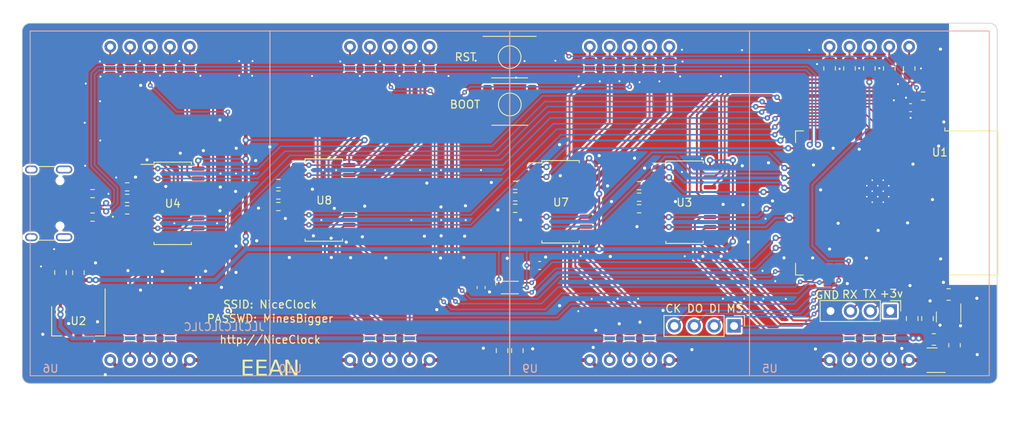
<source format=kicad_pcb>
(kicad_pcb (version 20240108) (generator "pcbnew") (generator_version "8.0")
  (layers (0 "F.Cu" signal) (31 "B.Cu" signal) (34 "B.Paste" user) (35 "F.Paste" user) (36 "B.SilkS" user "B.Silkscreen") (37 "F.SilkS" user "F.Silkscreen") (38 "B.Mask" user) (39 "F.Mask" user) (44 "Edge.Cuts" user))
  (net 0 "")
  (net 1 "RST")
  (net 2 "GND")
  (net 3 "Net-(U4-f)")
  (net 4 "+3V3")
  (net 5 "Net-(U6-F)")
  (net 6 "Net-(U3-b)")
  (net 7 "Net-(U5-B)")
  (net 8 "Net-(U3-c)")
  (net 9 "Net-(U5-C)")
  (net 10 "Net-(U3-d)")
  (net 11 "Net-(U5-D)")
  (net 12 "Net-(U3-e)")
  (net 13 "Net-(U5-E)")
  (net 14 "Net-(U3-f)")
  (net 15 "Net-(U5-F)")
  (net 16 "Net-(U3-g)")
  (net 17 "Net-(U5-G)")
  (net 18 "Net-(U5-DP)")
  (net 19 "Net-(U4-a)")
  (net 20 "Net-(U6-A)")
  (net 21 "Net-(U4-b)")
  (net 22 "Net-(U6-B)")
  (net 23 "Net-(U4-c)")
  (net 24 "Net-(U6-C)")
  (net 25 "Net-(U4-d)")
  (net 26 "Net-(U6-D)")
  (net 27 "Net-(U4-e)")
  (net 28 "Net-(U6-E)")
  (net 29 "Net-(U3-a)")
  (net 30 "Net-(U5-A)")
  (net 31 "Net-(U4-g)")
  (net 32 "Net-(U6-G)")
  (net 33 "Net-(U6-DP)")
  (net 34 "Net-(U7-a)")
  (net 35 "Net-(U9-A)")
  (net 36 "Net-(U7-b)")
  (net 37 "Net-(U9-B)")
  (net 38 "Net-(U7-c)")
  (net 39 "Net-(U9-C)")
  (net 40 "Net-(U7-d)")
  (net 41 "Net-(U9-D)")
  (net 42 "Net-(U7-e)")
  (net 43 "Net-(U9-E)")
  (net 44 "Net-(U7-f)")
  (net 45 "Net-(U9-F)")
  (net 46 "Net-(U7-g)")
  (net 47 "Net-(U9-G)")
  (net 48 "Net-(U9-DP)")
  (net 49 "Net-(U8-a)")
  (net 50 "Net-(U10-A)")
  (net 51 "Net-(U8-b)")
  (net 52 "Net-(U10-B)")
  (net 53 "Net-(Q2-G)")
  (net 54 "Net-(U8-g)")
  (net 55 "Net-(U10-G)")
  (net 56 "Net-(U10-DP)")
  (net 57 "Net-(U8-f)")
  (net 58 "Net-(U10-F)")
  (net 59 "Net-(U8-e)")
  (net 60 "Net-(U10-E)")
  (net 61 "Net-(U8-d)")
  (net 62 "Net-(U10-D)")
  (net 63 "Net-(U8-c)")
  (net 64 "Net-(U10-C)")
  (net 65 "Net-(Q1-G)")
  (net 66 "Net-(Q2-D)")
  (net 67 "Net-(U3-RBI)")
  (net 68 "Net-(U8-BI)")
  (net 69 "LED")
  (net 70 "Net-(U8-LT)")
  (net 71 "Net-(U8-RBI)")
  (net 72 "Net-(U7-LT)")
  (net 73 "Net-(U7-BI)")
  (net 74 "Net-(U7-RBI)")
  (net 75 "Net-(J1-CC2)")
  (net 76 "Net-(J1-CC1)")
  (net 77 "Net-(U3-LT)")
  (net 78 "Net-(U3-BI)")
  (net 79 "Net-(U4-RBI)")
  (net 80 "Net-(U4-BI)")
  (net 81 "Net-(U4-LT)")
  (net 82 "CC")
  (net 83 "VBUS")
  (net 85 "D+")
  (net 86 "D-")
  (net 89 "Net-(U1-IO0)")
  (net 90 "TMS")
  (net 91 "TDI")
  (net 92 "TDO")
  (net 93 "TCK")
  (net 94 "TX")
  (net 95 "RX")
  (net 96 "A1")
  (net 97 "B1")
  (net 98 "C1")
  (net 99 "D1")
  (net 100 "A2")
  (net 101 "B2")
  (net 102 "C2")
  (net 103 "D2")
  (net 104 "A3")
  (net 105 "B3")
  (net 106 "C3")
  (net 107 "D3")
  (net 108 "A4")
  (net 109 "B4")
  (net 110 "C4")
  (net 111 "D4")
  (net 113 "SDA")
  (net 114 "SCL")
  (net 119 "IO38")
  (net 120 "IO35")
  (net 121 "IO37")
  (net 122 "IO36")
  (footprint "Capacitor_SMD:C_0603_1608Metric" (layer "F.Cu") (at 259.1816 91.1098 180)
    (property "Reference" "C3" (hide yes))
    (property "Value" "100n")
  )
  (footprint "Resistor_SMD:R_0805_2012Metric" (layer "F.Cu") (at 228.3968 86.106 90)
    (property "Reference" "R41" (hide yes))
    (property "Value" "100")
  )
  (footprint "Resistor_SMD:R_0603_1608Metric" (layer "F.Cu") (at 260.7818 89.6366)
    (property "Reference" "R3" (hide yes))
    (property "Value" "10k")
  )
  (footprint "Package_TO_SOT_SMD:SOT-23" (layer "F.Cu") (at 261.9206 123.3424 180)
    (property "Reference" "Q1" (hide yes))
    (property "Value" "C15127" (hide yes))
  )
  (footprint "Resistor_SMD:R_0603_1608Metric" (layer "F.Cu") (at 159.1818 104.1654)
    (property "Reference" "R12" (hide yes))
    (property "Value" "R" (hide yes))
  )
  (footprint "Resistor_SMD:R_0603_1608Metric" (layer "F.Cu") (at 208.7118 102.489)
    (property "Reference" "R33" (hide yes))
    (property "Value" "R" (hide yes))
  )
  (footprint "Resistor_SMD:R_0805_2012Metric" (layer "F.Cu") (at 167.1828 86.106 90)
    (property "Reference" "R27" (hide yes))
    (property "Value" "100" (hide yes))
  )
  (footprint "Package_SO:SOIC-16_4.55x10.3mm_P1.27mm" (layer "F.Cu") (at 230.3272 103.1748)
    (property "Reference" "U3")
    (property "Value" "74LS47")
  )
  (footprint "Resistor_SMD:R_0805_2012Metric" (layer "F.Cu") (at 162.1028 120.5484 -90)
    (property "Reference" "R24" (hide yes))
    (property "Value" "100")
  )
  (footprint "Resistor_SMD:R_0603_1608Metric" (layer "F.Cu") (at 154.7622 105.0798)
    (property "Reference" "R2" (hide yes))
    (property "Value" "5k1")
  )
  (footprint "Resistor_SMD:R_0603_1608Metric" (layer "F.Cu") (at 154.7622 102.0826)
    (property "Reference" "R1" (hide yes))
    (property "Value" "5k1")
  )
  (footprint "Resistor_SMD:R_0805_2012Metric" (layer "F.Cu") (at 197.7898 86.106 90)
    (property "Reference" "R49" (hide yes))
    (property "Value" "100")
  )
  (footprint "Ian's Custom Components:5.2mm_Tactile_Push_Button" (layer "F.Cu") (at 208.0006 84.6582)
    (property "Reference" "SW2" (hide yes))
    (property "Value" "SW_Push" (hide yes))
  )
  (footprint "Resistor_SMD:R_0805_2012Metric" (layer "F.Cu") (at 192.7098 120.5484 -90)
    (property "Reference" "R46" (hide yes))
    (property "Value" "100")
  )
  (footprint "Resistor_SMD:R_0805_2012Metric" (layer "F.Cu") (at 253.9238 86.106 90)
    (property "Reference" "R20" (hide yes))
    (property "Value" "1000")
  )
  (footprint "Resistor_SMD:R_0805_2012Metric" (layer "F.Cu") (at 187.6298 86.106 90)
    (property "Reference" "R44" (hide yes))
    (property "Value" "100")
  )
  (footprint "Resistor_SMD:R_0805_2012Metric" (layer "F.Cu") (at 251.3838 120.5484 -90)
    (property "Reference" "R15" (hide yes))
    (property "Value" "100")
  )
  (footprint "Resistor_SMD:R_0603_1608Metric" (layer "F.Cu") (at 208.7118 101.0158)
    (property "Reference" "R32" (hide yes))
    (property "Value" "R" (hide yes))
  )
  (footprint "Resistor_SMD:R_0603_1608Metric" (layer "F.Cu") (at 178.4858 100.7872)
    (property "Reference" "R29" (hide yes))
    (property "Value" "R" (hide yes))
  )
  (footprint "Resistor_SMD:R_0805_2012Metric" (layer "F.Cu") (at 264.7931 121.4374 90)
    (property "Reference" "R5" (hide yes))
    (property "Value" "47k" (hide yes))
  )
  (footprint "Resistor_SMD:R_0805_2012Metric" (layer "F.Cu") (at 159.5628 86.106 90)
    (property "Reference" "R21" (hide yes))
    (property "Value" "100" (hide yes))
  )
  (footprint "Resistor_SMD:R_0805_2012Metric" (layer "F.Cu") (at 218.2368 86.106 90)
    (property "Reference" "R36" (hide yes))
    (property "Value" "100")
  )
  (footprint "Resistor_SMD:R_0805_2012Metric" (layer "F.Cu") (at 192.7098 86.106 90)
    (property "Reference" "R50" (hide yes))
    (property "Value" "1000")
  )
  (footprint "Package_SO:SOIC-16_4.55x10.3mm_P1.27mm" (layer "F.Cu") (at 184.277 102.8954)
    (property "Reference" "U8")
    (property "Value" "74LS47")
  )
  (footprint "Capacitor_SMD:C_0805_2012Metric" (layer "F.Cu") (at 208.9912 122.1232 90)
    (property "Reference" "C9" (hide yes))
    (property "Value" "C")
  )
  (footprint "Resistor_SMD:R_0805_2012Metric" (layer "F.Cu") (at 251.3838 86.106 90)
    (property "Reference" "R13" (hide yes))
    (property "Value" "100")
  )
  (footprint "Capacitor_SMD:C_0805_2012Metric" (layer "F.Cu") (at 207.0354 122.1232 90)
    (property "Reference" "C8" (hide yes))
    (property "Value" "C")
  )
  (footprint "Resistor_SMD:R_0805_2012Metric" (layer "F.Cu") (at 159.5628 120.5484 -90)
    (property "Reference" "R23" (hide yes))
    (property "Value" "100")
  )
  (footprint "Resistor_SMD:R_0603_1608Metric" (layer "F.Cu") (at 224.536 102.5398)
    (property "Reference" "R8" (hide yes))
    (property "Value" "R" (hide yes))
  )
  (footprint "Capacitor_SMD:C_0603_1608Metric" (layer "F.Cu") (at 211.836 111.252)
    (property "Reference" "C5" (hide yes))
    (property "Value" "100n" (hide yes))
  )
  (footprint "Ian's Custom Components:WSOF6" (layer "F.Cu") (at 208.026 114.0714 -90)
    (property "Reference" "PD1" (hide yes))
    (property "Value" "BH1730" (hide yes))
  )
  (footprint "Package_TO_SOT_SMD:SOT-223-3_TabPin2" (layer "F.Cu") (at 152.9588 118.3386 -90)
    (property "Reference" "U2")
    (property "Value" "AMS1117-3.3")
  )
  (footprint "Capacitor_SMD:C_0805_2012Metric" (layer "F.Cu") (at 259.3848 118.0338 90)
    (property "Reference" "C6" (hide yes))
    (property "Value" "C")
  )
  (footprint "Connector_PinHeader_2.54mm:PinHeader_1x04_P2.54mm_Vertical" (layer "F.Cu") (at 236.6518 118.9736 -90)
    (property "Reference" "J3" (hide yes))
    (property "Value" "Conn_01x04")
  )
  (footprint "Resistor_SMD:R_0603_1608Metric" (layer "F.Cu") (at 224.536 104.013)
    (property "Reference" "R9" (hide yes))
    (property "Value" "R" (hide yes))
  )
  (footprint "Capacitor_SMD:C_0805_2012Metric" (layer "F.Cu") (at 150.6728 112.1562 90)
    (property "Reference" "C1" (hide yes))
    (property "Value" "10u" (hide yes))
  )
  (footprint "Resistor_SMD:R_0805_2012Metric" (layer "F.Cu") (at 225.8568 86.106 90)
    (property "Reference" "R40" (hide yes))
    (property "Value" "100")
  )
  (footprint "Connector_USB:USB_C_Receptacle_HRO_TYPE-C-31-M-12" (layer "F.Cu") (at 148.0046 103.3272 -90)
    (property "Reference" "J1" (hide yes))
    (property "Value" "USB_C_Receptacle_USB2.0" (hide yes))
  )
  (footprint "Resistor_SMD:R_0805_2012Metric" (layer "F.Cu") (at 256.4638 86.106 90)
    (property "Reference" "R18" (hide yes))
    (property "Value" "100")
  )
  (footprint "Resistor_SMD:R_0603_1608Metric" (layer "F.Cu") (at 159.1818 102.6922)
    (property "Reference" "R11" (hide yes))
    (property "Value" "R" (hide yes))
  )
  (footprint "Resistor_SMD:R_0805_2012Metric" (layer "F.Cu") (at 248.8438 86.106 90)
    (property "Reference" "R14" (hide yes))
    (property "Value" "100")
  )
  (footprint "Ian's Custom Components:5.2mm_Tactile_Push_Button" (layer "F.Cu") (at 208.026 90.7034)
    (property "Reference" "SW1" (hide yes))
    (property "Value" "SW_Push" (hide yes))
  )
  (footprint "Resistor_SMD:R_0603_1608Metric" (layer "F.Cu") (at 178.4858 102.2604)
    (property "Reference" "R30" (hide yes))
    (property "Value" "R" (hide yes))
  )
  (footprint "Capacitor_SMD:C_0805_2012Metric" (layer "F.Cu") (at 152.9588 112.1664 90)
    (property "Reference" "C2" (hide yes))
    (property "Value" "10u" (hide yes))
  )
  (footprint "Resistor_SMD:R_0805_2012Metric" (layer "F.Cu") (at 225.8568 120.5484 -90)
    (property "Reference" "R39" (hide yes))
    (property "Value" "100")
  )
  (footprint "Resistor_SMD:R_0805_2012Metric" (layer "F.Cu") (at 264.0349 114.9604 180)
    (property "Reference" "R4" (hide yes))
    (property "Value" "47k" (hide yes))
  )
  (footprint "Package_TO_SOT_SMD:SOT-23" (layer "F.Cu") (at 264.033 117.8306 -90)
    (property "Reference" "Q2" (hide yes))
    (property "Value" "C8545" (hide yes))
  )
  (footprint "Resistor_SMD:R_0603_1608Metric" (layer "F.Cu") (at 178.4858 103.7336)
    (property "Reference" "R31" (hide yes))
    (property "Value" "R" (hide yes))
  )
  (footprint "Resistor_SMD:R_0805_2012Metric" (layer "F.Cu") (at 190.1698 86.106 90)
    (property "Reference" "R43" (hide yes))
    (property "Value" "100")
  )
  (footprint "Resistor_SMD:R_0805_2012Metric" (layer "F.Cu") (at 164.6428 120.5484 -90)
    (property "Reference" "R25" (hide yes))
    (property "Value" "100")
  )
  (footprint "Connector_PinHeader_2.54mm:PinHeader_1x04_P2.54mm_Vertical" (layer "F.Cu") (at 256.5908 117.0686 -90)
    (property "Reference" "J2" (hide yes))
    (property "Value" "Conn_01x04")
  )
  (footprint "Resistor_SMD:R_0805_2012Metric" (layer "F.Cu") (at 259.0038 86.106 90)
    (property "Reference" "R19" (hide yes))
    (property "Value" "100")
  )
  (footprint "Resistor_SMD:R_0805_2012Metric" (layer "F.Cu") (at 195.2498 86.106 90)
    (property "Reference" "R48" (hide yes))
    (property "Value" "100")
  )
  (footprint "Resistor_SMD:R_0805_2012Metric" (layer "F.Cu") (at 220.7768 120.5484 -90)
    (property "Reference" "R37" (hide yes))
    (property "Value" "100")
  )
  (footprint "Resistor_SMD:R_0603_1608Metric" (layer "F.Cu") (at 208.7118 103.9622)
    (property "Reference" "R34" (hide yes))
    (property "Value" "R" (hide yes))
  )
  (footprint "Resistor_SMD:R_0603_1608Metric" (layer "F.Cu") (at 159.1818 101.219)
    (property "Reference" "R10" (hide yes))
    (property "Value" "R" (hide yes))
  )
  (footprint "Resistor_SMD:R_0805_2012Metric" (layer "F.Cu") (at 190.1698 120.5484 -90)
    (property "Reference" "R45" (hide yes))
    (property "Value" "100")
  )
  (footprint "Resistor_SMD:R_0603_1608Metric" (layer "F.Cu") (at 224.536 101.0666)
    (property "Reference" "R7" (hide yes))
    (property "Value" "R" (hide yes))
  )
  (footprint "Capacitor_SMD:C_0805_2012Metric" (layer "F.Cu") (at 261.3406 118.0338 90)
    (property "Reference" "C7" (hide yes))
    (property "Value" "C")
  )
  (footprint "Resistor_SMD:R_0805_2012Metric" (layer "F.Cu") (at 164.6428 86.106 90)
    (property "Reference" "R26" (hide yes))
    (property "Value" "100" (hide yes))
  )
  (footprint "Resistor_SMD:R_0805_2012Metric" (layer "F.Cu") (at 195.2498 120.5484 -90)
    (property "Reference" "R47" (hide yes))
    (property "Value" "100")
  )
  (footprint "Package_SO:SOIC-16_4.55x10.3mm_P1.27mm" (layer "F.Cu") (at 214.503 103.124)
    (property "Reference" "U7")
    (property "Value" "74LS47")
  )
  (footprint "Resistor_SMD:R_0805_2012Metric" (layer "F.Cu") (at 223.3168 120.5484 -90)
    (property "Reference" "R38" (hide yes))
    (property "Value" "100")
  )
  (footprint "Resistor_SMD:R_0805_2012Metric" (layer "F.Cu") (at 223.3168 86.106 90)
    (property "Reference" "R42" (hide yes))
    (property "Value" "1000")
  )
  (footprint "Capacitor_SMD:C_0603_1608Metric" (layer "F.Cu") (at 204.3684 114.0714 -90)
    (property "Reference" "C4" (hide yes))
    (property "Value" "100n" (hide yes))
  )
  (footprint "Resistor_SMD:R_0805_2012Metric" (layer "F.Cu") (at 162.1028 86.106 90)
    (property "Reference" "R28" (hide yes))
    (property "Value" "1000" (hide yes))
  )
  (footprint "Resistor_SMD:R_0805_2012Metric" (layer "F.Cu") (at 262.1534 120.7008 180)
    (property "Reference" "R6" (hide yes))
    (property "Value" "47k" (hide yes))
  )
  (footprint "Resistor_SMD:R_0805_2012Metric" (layer "F.Cu") (at 220.7768 86.106 90)
    (property "Reference" "R35" (hide yes))
    (property "Value" "100")
  )
  (footprint "Resistor_SMD:R_0805_2012Metric" (layer "F.Cu") (at 157.0228 86.106 90)
    (property "Reference" "R22" (hide yes))
    (property "Value" "100" (hide yes))
  )
  (footprint "RF_Module:ESP32-S3-WROOM-1" (layer "F.Cu") (at 257.4544 103.2764 -90)
    (property "Reference" "U1")
    (property "Value" "ESP32-S2-SOLO-2")
  )
  (footprint "Resistor_SMD:R_0805_2012Metric" (layer "F.Cu") (at 253.9238 120.5484 -90)
    (property "Reference" "R16" (hide yes))
    (property "Value" "100")
  )
  (footprint "Resistor_SMD:R_0805_2012Metric" (layer "F.Cu") (at 256.4638 120.5484 -90)
    (property "Reference" "R17" (hide yes))
    (property "Value" "100")
  )
  (footprint "Package_SO:SOIC-16_4.55x10.3mm_P1.27mm" (layer "F.Cu") (at 164.9984 103.3272)
    (property "Reference" "U4")
    (property "Value" "74LS47")
  )
  (footprint "Ian's Custom Components:Segment_Display_1-5_inch" (layer "B.Cu") (at 253.9238 103.3272 180)
    (property "Reference" "U5")
    (property "Value" "SBC18-11SURKCGKWA")
  )
  (footprint "Ian's Custom Components:Segment_Display_1-5_inch" (layer "B.Cu") (at 192.7098 103.3272 180)
    (property "Reference" "U10")
    (property "Value" "SBC18-11SURKCGKWA")
  )
  (footprint "Ian's Custom Components:Segment_Display_1-5_inch" (layer "B.Cu") (at 223.3168 103.3272 180)
    (property "Reference" "U9")
    (property "Value" "SBC18-11SURKCGKWA")
  )
  (footprint "Ian's Custom Components:Segment_Display_1-5_inch" (layer "B.Cu") (at 162.1028 103.3272 180)
    (property "Reference" "U6")
    (property "Value" "SBC18-11SURKCGKWA")
  )
  (gr_poly (pts (xy 262.0518 119.4816) (xy 261.747 120.015) (xy 261.747 121.3866) (xy 260.731 121.3866) (xy 260.7284 120.8024) (xy 259.4356 120.8024) (xy 258.6736 119.4816) (xy 258.6736 118.491) (xy 262.0518 118.491)) (stroke (width 0.02)) (fill solid) (layer "F.Cu") (net 83))
  (gr_line (start 270.24 81.3308) (end 270.24 125.323599) (stroke (width 0.1)) (layer "Edge.Cuts"))
  (gr_arc (start 146.786601 126.323599) (mid 146.079494 126.030706) (end 145.786601 125.323599) (stroke (width 0.1)) (layer "Edge.Cuts"))
  (gr_arc (start 269.24 80.3308) (mid 269.947107 80.623693) (end 270.24 81.3308) (stroke (width 0.1)) (layer "Edge.Cuts"))
  (gr_line (start 146.786601 80.3308) (end 269.24 80.3308) (stroke (width 0.1)) (layer "Edge.Cuts"))
  (gr_line (start 145.786601 125.323599) (end 145.786601 81.3308) (stroke (width 0.1)) (layer "Edge.Cuts"))
  (gr_arc (start 145.786601 81.3308) (mid 146.079494 80.623693) (end 146.786601 80.3308) (stroke (width 0.1)) (layer "Edge.Cuts"))
  (gr_arc (start 270.24 125.323599) (mid 269.947107 126.030706) (end 269.24 126.323599) (stroke (width 0.1)) (layer "Edge.Cuts"))
  (gr_line (start 269.24 126.323599) (end 146.786601 126.323599) (stroke (width 0.1)) (layer "Edge.Cuts"))
  (gr_text "JLCJLCJLCJLC" (at 176.784 119.6848 0) (layer "B.SilkS") (effects (font (size 1 1)) (justify left bottom mirror)))
  (gr_text "TX" (at 254.9144 114.8842 0) (layer "F.SilkS") (effects (font (size 1 1)) (justify right)))
  (gr_text "+3v" (at 258.318 114.8334 0) (layer "F.SilkS") (effects (font (size 1 1)) (justify right)))
  (gr_text "http://NiceClock" (at 177.419 120.7262 0) (layer "F.SilkS") (effects (font (size 1 1))))
  (gr_text "EEAN" (at 177.419 124.4854 0) (layer "F.SilkS") (effects (font (size 2 2))))
  (gr_text "CK DO DI MS" (at 232.8418 116.7638 0) (layer "F.SilkS") (effects (font (size 1 1))))
  (gr_text "SSID: NiceClock" (at 177.419 116.2304 0) (layer "F.SilkS") (effects (font (size 1 1))))
  (gr_text "BOOT" (at 202.311 90.7034 0) (layer "F.SilkS") (effects (font (size 1 1))))
  (gr_text "PASSWD: MinesBigger" (at 177.419 118.0338 0) (layer "F.SilkS") (effects (font (size 1 1))))
  (gr_text "RX" (at 252.5014 114.9604 0) (layer "F.SilkS") (effects (font (size 1 1)) (justify right)))
  (gr_text "GND" (at 250.1646 115.0366 0) (layer "F.SilkS") (effects (font (size 1 1)) (justify right)))
  (gr_text "RST\n" (at 202.3618 84.6582 0) (layer "F.SilkS") (effects (font (size 1 1))))
  (segment (start 259.9568 88.5576) (end 259.9436 88.5444) (width 0.2) (layer "F.Cu") (net 1))
  (segment (start 213.7214 82.7082) (end 215.5698 84.5566) (width 0.2) (layer "F.Cu") (net 1))
  (segment (start 259.9568 91.1096) (end 259.9566 91.1098) (width 0.2) (layer "F.Cu") (net 1))
  (segment (start 260.1744 91.3276) (end 259.9566 91.1098) (width 0.2) (layer "F.Cu") (net 1))
  (segment (start 260.1744 94.5264) (end 260.1744 91.3276) (width 0.2) (layer "F.Cu") (net 1))
  (segment (start 259.9568 89.6366) (end 259.9568 91.1096) (width 0.2) (layer "F.Cu") (net 1))
  (segment (start 259.9568 89.6366) (end 259.9568 88.5576) (width 0.2) (layer "F.Cu") (net 1))
  (segment (start 210.8506 82.7082) (end 213.7214 82.7082) (width 0.2) (layer "F.Cu") (net 1))
  (via (at 259.9436 88.5444) (size 0.6) (drill 0.25) (layers "F.Cu" "B.Cu") (net 1))
  (via (at 215.5698 84.5566) (size 0.6) (drill 0.25) (layers "F.Cu" "B.Cu") (net 1))
  (segment (start 259.9436 88.5444) (end 255.9558 84.5566) (width 0.2) (layer "B.Cu") (net 1))
  (segment (start 255.9558 84.5566) (end 215.5698 84.5566) (width 0.2) (layer "B.Cu") (net 1))
  (via (at 227.584 116.9924) (size 0.8) (drill 0.4) (layers "F.Cu" "B.Cu") (net 2))
  (via (at 199.2376 99.0854) (size 0.6) (drill 0.25) (layers "F.Cu" "B.Cu") (net 2))
  (via (at 155.7528 95.3008) (size 0.6) (drill 0.25) (layers "F.Cu" "B.Cu") (net 2))
  (via (at 155.1432 110.9218) (size 0.8) (drill 0.4) (layers "F.Cu" "B.Cu") (net 2))
  (via (at 237.6678 83.7692) (size 0.6) (drill 0.25) (layers "F.Cu" "B.Cu") (net 2))
  (via (at 230.0732 85.217) (size 0.6) (drill 0.25) (layers "F.Cu" "B.Cu") (net 2))
  (via (at 213.8426 85.1154) (size 0.6) (drill 0.25) (layers "F.Cu" "B.Cu") (net 2))
  (via (at 240.3856 115.4938) (size 0.6) (drill 0.25) (layers "F.Cu" "B.Cu") (net 2))
  (via (at 171.0944 99.5172) (size 0.6) (drill 0.25) (layers "F.Cu" "B.Cu") (net 2))
  (via (at 235.0008 110.0836) (size 0.8) (drill 0.4) (layers "F.Cu" "B.Cu") (net 2))
  (via (at 204.343 99.0854) (size 0.6) (drill 0.25) (layers "F.Cu" "B.Cu") (net 2))
  (via (at 261.9756 102.8446) (size 0.8) (drill 0.4) (layers "F.Cu" "B.Cu") (net 2))
  (via (at 258.5974 89.8398) (size 0.6) (drill 0.25) (layers "F.Cu" "B.Cu") (net 2))
  (via (at 170.6626 105.8672) (size 0.6) (drill 0.25) (layers "F.Cu" "B.Cu") (net 2))
  (via (at 234.9754 87.0966) (size 0.6) (drill 0.25) (layers "F.Cu" "B.Cu") (net 2))
  (via (at 258.8006 105.8164) (size 0.8) (drill 0.4) (layers "F.Cu" "B.Cu") (net 2))
  (via (at 199.2376 103.7844) (size 0.8) (drill 0.4) (layers "F.Cu" "B.Cu") (net 2))
  (via (at 189.5094 103.6828) (size 0.8) (drill 0.4) (layers "F.Cu" "B.Cu") (net 2))
  (via (at 214.4776 99.7966) (size 0.8) (drill 0.4) (layers "F.Cu" "B.Cu") (net 2))
  (via (at 171.0182 104.267) (size 0.8) (drill 0.4) (layers "F.Cu" "B.Cu") (net 2))
  (via (at 210.947 121.8946) (size 0.8) (drill 0.4) (layers "F.Cu" "B.Cu") (net 2))
  (via (at 183.9722 105.4608) (size 0.6) (drill 0.25) (layers "F.Cu" "B.Cu") (net 2))
  (via (at 197.4342 100.7364) (size 0.8) (drill 0.4) (layers "F.Cu" "B.Cu") (net 2))
  (via (at 171.0182 92.6846) (size 0.8) (drill 0.4) (layers "F.Cu" "B.Cu") (net 2))
  (via (at 267.6906 122.6312) (size 0.8) (drill 0.4) (layers "F.Cu" "B.Cu") (net 2))
  (via (at 240.665 105.283) (size 0.6) (drill 0.25) (layers "F.Cu" "B.Cu") (net 2))
  (via (at 168.91 96.5962) (size 0.8) (drill 0.4) (layers "F.Cu" "B.Cu") (net 2))
  (via (at 160.2486 99.9744) (size 0.8) (drill 0.4) (layers "F.Cu" "B.Cu") (net 2))
  (via (at 237.6932 98.5266) (size 0.8) (drill 0.4) (layers "F.Cu" "B.Cu") (net 2))
  (via (at 199.263 105.4608) (size 0.6) (drill 0.25) (layers "F.Cu" "B.Cu") (net 2))
  (via (at 197.1294 107.5182) (size 0.8) (drill 0.4) (layers "F.Cu" "B.Cu") (net 2))
  (via (at 221.7928 115.4938) (size 0.6) (drill 0.25) (layers "F.Cu" "B.Cu") (net 2))
  (via (at 262.9916 83.6422) (size 0.8) (drill 0.4) (layers "F.Cu" "B.Cu") (net 2))
  (via (at 196.5706 99.0854) (size 0.6) (drill 0.25) (layers "F.Cu" "B.Cu") (net 2))
  (via (at 229.997 83.7184) (size 0.6) (drill 0.25) (layers "F.Cu" "B.Cu") (net 2))
  (via (at 173.0756 112.141) (size 0.8) (drill 0.4) (layers "F.Cu" "B.Cu") (net 2))
  (via (at 221.0054 103.0986) (size 0.8) (drill 0.4) (layers "F.Cu" "B.Cu") (net 2))
  (via (at 258.064 121.8438) (size 0.8) (drill 0.4) (layers "F.Cu" "B.Cu") (net 2))
  (via (at 173.482 85.1662) (size 0.6) (drill 0.25) (layers "F.Cu" "B.Cu") (net 2))
  (via (at 263.017 110.4138) (size 0.8) (drill 0.4) (layers "F.Cu" "B.Cu") (net 2))
  (via (at 188.8744 87.0712) (size 0.6) (drill 0.25) (layers "F.Cu" "B.Cu") (net 2))
  (via (at 229.7684 87.122) (size 0.6) (drill 0.25) (layers "F.Cu" "B.Cu") (net 2))
  (via (at 173.0756 99.5172) (size 0.6) (drill 0.25) (layers "F.Cu" "B.Cu") (net 2))
  (via (at 221.996 118.6942) (size 0.8) (drill 0.4) (layers "F.Cu" "B.Cu") (net 2))
  (via (at 171.069 101.2444) (size 0.8) (drill 0.4) (layers "F.Cu" "B.Cu") (net 2))
  (via (at 189.2046 107.5944) (size 0.8) (drill 0.4) (layers "F.Cu" "B.Cu") (net 2))
  (via (at 223.9518 97.5614) (size 0.8) (drill 0.4) (layers "F.Cu" "B.Cu") (net 2))
  (via (at 262.9408 118.872) (size 0.8) (drill 0.4) (layers "F.Cu" "B.Cu") (net 2))
  (via (at 199.1868 110.3122) (size 0.8) (drill 0.4) (layers "F.Cu" "B.Cu") (net 2))
  (via (at 259.1054 113.8174) (size 0.8) (drill 0.4) (layers "F.Cu" "B.Cu") (net 2))
  (via (at 238.4806 108.2548) (size 0.8) (drill 0.4) (layers "F.Cu" "B.Cu") (net 2))
  (via (at 217.0684 110.0328) (size 0.6) (drill 0.25) (layers "F.Cu" "B.Cu") (net 2))
  (via (at 253.5428 110.3122) (size 0.8) (drill 0.4) (layers "F.Cu" "B.Cu") (net 2))
  (via (at 229.997 99.314) (size 0.6) (drill 0.25) (layers "F.Cu" "B.Cu") (net 2))
  (via (at 190.8302 99.0854) (size 0.6) (drill 0.25) (layers "F.Cu" "B.Cu") (net 2))
  (via (at 173.0248 101.8032) (size 0.8) (drill 0.4) (layers "F.Cu" "B.Cu") (net 2))
  (via (at 259.4864 98.3234) (size 0.8) (drill 0.4) (layers "F.Cu" "B.Cu") (net 2))
  (via (at 235.2294 115.4938) (size 0.6) (drill 0.25) (layers "F.Cu" "B.Cu") (net 2))
  (via (at 156.7942 102.108) (size 0.6) (drill 0.25) (layers "F.Cu" "B.Cu") (net 2))
  (via (at 214.376 116.3828) (size 0.8) (drill 0.4) (layers "F.Cu" "B.Cu") (net 2))
  (via (at 195.453 105.4608) (size 0.6) (drill 0.25) (layers "F.Cu" "B.Cu") (net 2))
  (via (at 187.1472 108.2802) (size 0.8) (drill 0.4) (layers "F.Cu" "B.Cu") (net 2))
  (via (at 206.502 104.1654) (size 0.8) (drill 0.4) (layers "F.Cu" "B.Cu") (net 2))
  (via (at 219.5068 87.757) (size 0.6) (drill 0.25) (layers "F.Cu" "B.Cu") (net 2))
  (via (at 235.2548 103.4542) (size 0.8) (drill 0.4) (layers "F.Cu" "B.Cu") (net 2))
  (via (at 252.6284 96.4184) (size 0.8) (drill 0.4) (layers "F.Cu" "B.Cu") (net 2))
  (via (at 153.8224 98.5266) (size 0.6) (drill 0.25) (layers "F.Cu" "B.Cu") (net 2))
  (via (at 175.3616 99.5172) (size 0.6) (drill 0.25) (layers "F.Cu" "B.Cu") (net 2))
  (via (at 214.376 95.8342) (size 0.8) (drill 0.4) (layers "F.Cu" "B.Cu") (net 2))
  (via (at 241.046 98.1456) (size 0.8) (drill 0.4) (layers "F.Cu" "B.Cu") (net 2))
  (via (at 179.8828 110.236) (size 0.8) (drill 0.4) (layers "F.Cu" "B.Cu") (net 2))
  (via (at 257.048 90.17) (size 0.6) (drill 0.25) (layers "F.Cu" "B.Cu") (net 2))
  (via (at 148.4122 120.0404) (size 0.8) (drill 0.4) (layers "F.Cu" "B.Cu") (net 2))
  (via (at 160.8074 85.1662) (size 0.6) (drill 0.25) (layers "F.Cu" "B.Cu") (net 2))
  (via (at 246.253 83.7438) (size 0.6) (drill 0.25) (layers "F.Cu" "B.Cu") (net 2))
  (via (at 156.3878 125.1966) (size 0.8) (drill 0.4) (layers "F.Cu" "B.Cu") (net 2))
  (via (at 251.1044 113.5634) (size 0.8) (drill 0.4) (layers "F.Cu" "B.Cu") (net 2))
  (via (at 261.6708 115.7732) (size 0.8) (drill 0.4) (layers "F.Cu" "B.Cu") (net 2))
  (via (at 149.86 109.1692) (size 0.6) (drill 0.25) (layers "F.Cu" "B.Cu") (net 2))
  (via (at 243.0272 110.2868) (size 0.8) (drill 0.4) (layers "F.Cu" "B.Cu") (net 2))
  (via (at 208.8388 87.2744) (size 0.6) (drill 0.25) (layers "F.Cu" "B.Cu") (net 2))
  (via (at 237.7948 103.505) (size 0.8) (drill 0.4) (layers "F.Cu" "B.Cu") (net 2))
  (via (at 241.554 103.0224) (size 0.8) (drill 0.4) (layers "F.Cu" "B.Cu") (net 2))
  (via (at 260.5024 86.106) (size 0.6) (drill 0.25) (layers "F.Cu" "B.Cu") (net 2))
  (via (at 198.7042 116.8908) (size 0.8) (drill 0.4) (layers "F.Cu" "B.Cu") (net 2))
  (via (at 262.763 96.012) (size 0.8) (drill 0.4) (layers "F.Cu" "B.Cu") (net 2))
  (via (at 200.2028 87.0712) (size 0.6) (drill 0.25) (layers "F.Cu" "B.Cu") (net 2))
  (via (at 250.1138 86.1568) (size 0.6) (drill 0.25) (layers "F.Cu" "B.Cu") (net 2))
  (via (at 160.8836 114.4016) (size 0.8) (drill 0.4) (layers "F.Cu" "B.Cu") (net 2))
  (via (at 247.2436 85.5472) (size 0.6) (drill 0.25) (layers "F.Cu" "B.Cu") (net 2))
  (via (at 243.2558 115.5192) (size 0.6) (drill 0.25) (layers "F.Cu" "B.Cu") (net 2))
  (via (at 259.1816 92.4052) (size 0.6) (drill 0.25) (layers "F.Cu" "B.Cu") (net 2))
  (via (at 163.6776 112.014) (size 0.8) (drill 0.4) (layers "F.Cu" "B.Cu") (net 2))
  (via (at 255.1938 86.0806) (size 0.6) (drill 0.25) (layers "F.Cu" "B.Cu") (net 2))
  (via (at 155.7274 90.297) (size 0.6) (drill 0.25) (layers "F.Cu" "B.Cu") (net 2))
  (via (at 249.301 96.2914) (size 0.8) (drill 0.4) (layers "F.Cu" "B.Cu") (net 2))
  (via (at 219.4306 97.2312) (size 0.8) (drill 0.4) (layers "F.Cu" "B.Cu") (net 2))
  (via (at 202.1586 110.236) (size 0.8) (drill 0.4) (layers "F.Cu" "B.Cu") (net 2))
  (via (at 165.9636 96.9264) (size 0.8) (drill 0.4) (layers "F.Cu" "B.Cu") (net 2))
  (via (at 249.936 105.8672) (size 0.8) (drill 0.4) (layers "F.Cu" "B.Cu") (net 2))
  (via (at 186.3852 85.217) (size 0.6) (drill 0.25) (layers "F.Cu" "B.Cu") (net 2))
  (via (at 191.4398 85.1916) (size 0.6) (drill 0.25) (layers "F.Cu" "B.Cu") (net 2))
  (via (at 257.5814 88.1126) (size 0.6) (drill 0.25) (layers "F.Cu" "B.Cu") (net 2))
  (via (at 267.6398 115.443) (size 0.8) (drill 0.4) (layers "F.Cu" "B.Cu") (net 2))
  (via (at 185.8518 99.0854) (size 0.6) (drill 0.25) (layers "F.Cu" "B.Cu") (net 2))
  (via (at 232.664 110.0836) (size 0.8) (drill 0.4) (layers "F.Cu" "B.Cu") (net 2))
  (via (at 231.267 121.9962) (size 0.8) (drill 0.4) (layers "F.Cu" "B.Cu") (net 2))
  (via (at 209.3976 105.4354) (size 0.8) (drill 0.4) (layers "F.Cu" "B.Cu") (net 2))
  (via (at 209.9056 85.1662) (size 0.6) (drill 0.25) (layers "F.Cu" "B.Cu") (net 2))
  (via (at 159.2834 111.9124) (size 0.8) (drill 0.4) (layers "F.Cu" "B.Cu") (net 2))
  (via (at 220.4974 101.092) (size 0.8) (drill 0.4) (layers "F.Cu" "B.Cu") (net 2))
  (via (at 204.6478 121.8184) (size 0.8) (drill 0.4) (layers "F.Cu" "B.Cu") (net 2))
  (via (at 230.3526 110.0836) (size 0.6) (drill 0.25) (layers "F.Cu" "B.Cu") (net 2))
  (via (at 187.706 110.2614) (size 0.8) (drill 0.4) (layers "F.Cu" "B.Cu") (net 2))
  (via (at 199.263 107.4674) (size 0.8) (drill 0.4) (layers "F.Cu" "B.Cu") (net 2))
  (via (at 196.5198 85.1662) (size 0.6) (drill 0.25) (layers "F.Cu" "B.Cu") (net 2))
  (via (at 207.6958 110.3376) (size 0.8) (drill 0.4) (layers "F.Cu" "B.Cu") (net 2))
  (via (at 224.409 115.4938) (size 0.6) (drill 0.25) (layers "F.Cu" "B.Cu") (net 2))
  (via (at 227.1268 87.757) (size 0.6) (drill 0.25) (layers "F.Cu" "B.Cu") (net 2))
  (via (at 173.482 87.0204) (size 0.6) (drill 0.25) (layers "F.Cu" "B.Cu") (net 2))
  (via (at 205.6638 100.6602) (size 0.8) (drill 0.4) (layers "F.Cu" "B.Cu") (net 2))
  (via (at 173.101 96.2914) (size 0.8) (drill 0.4) (layers "F.Cu" "B.Cu") (net 2))
  (via (at 252.6284 86.0806) (size 0.6) (drill 0.25) (layers "F.Cu" "B.Cu") (net 2))
  (via (at 202.3872 105.4608) (size 0.6) (drill 0.25) (layers "F.Cu" "B.Cu") (net 2))
  (via (at 237.9472 115.4938) (size 0.6) (drill 0.25) (layers "F.Cu" "B.Cu") (net 2))
  (via (at 163.3728 87.0204) (size 0.6) (drill 0.25) (layers "F.Cu" "B.Cu") (net 2))
  (via (at 248.8438 109.1692) (size 0.8) (drill 0.4) (layers "F.Cu" "B.Cu") (net 2))
  (via (at 158.3182 87.0966) (size 0.6) (drill 0.25) (layers "F.Cu" "B.Cu") (net 2))
  (via (at 246.6848 110.2868) (size 0.8) (drill 0.4) (layers "F.Cu" "B.Cu") (net 2))
  (via (at 203.6572 85.1154) (size 0.6) (drill 0.25) (layers "F.Cu" "B.Cu") (net 2))
  (via (at 177.3936 96.1136) (size 0.8) (drill 0.4) (layers "F.Cu" "B.Cu") (net 2))
  (via (at 185.6232 103.9622) (size 0.8) (drill 0.4) (layers "F.Cu" "B.Cu") (net 2))
  (via (at 193.9544 87.0458) (size 0.6) (drill 0.25) (layers "F.Cu" "B.Cu") (net 2))
  (via (at 165.2016 105.8672) (size 0.6) (drill 0.25) (layers "F.Cu" "B.Cu") (net 2))
  (via (at 153.8986 88.0364) (size 0.6) (drill 0.25) (layers "F.Cu" "B.Cu") (net 2))
  (via (at 232.5624 97.5868) (size 0.6) (drill 0.25) (layers "F.Cu" "B.Cu") (net 2))
  (via (at 222.0214 87.7316) (size 0.6) (drill 0.25) (layers "F.Cu" "B.Cu") (net 2))
  (via (at 241.9096 113.2586) (size 0.6) (drill 0.25) (layers "F.Cu" "B.Cu") (net 2))
  (via (at 157.353 105.029) (size 0.6) (drill 0.25) (layers "F.Cu" "B.Cu") (net 2))
  (via (at 182.7784 87.0712) (size 0.6) (drill 0.25) (layers "F.Cu" "B.Cu") (net 2))
  (via (at 179.3748 105.2576) (size 0.8) (drill 0.4) (layers "F.Cu" "B.Cu") (net 2))
  (via (at 184.1754 99.0854) (size 0.6) (drill 0.25) (layers "F.Cu" "B.Cu") (net 2))
  (via (at 185.2168 107.7722) (size 0.8) (drill 0.4) (layers "F.Cu" "B.Cu") (net 2))
  (via (at 175.9458 103.9368) (size 0.8) (drill 0.4) (layers "F.Cu" "B.Cu") (net 2))
  (via (at 229.1588 103.0986) (size 0.8) (drill 0.4) (layers "F.Cu" "B.Cu") (net 2))
  (via (at 155.7782 87.1474) (size 0.6) (drill 0.25) (layers "F.Cu" "B.Cu") (net 2))
  (via (at 173.0756 108.7882) (size 0.8) (drill 0.4) (layers "F.Cu" "B.Cu") (net 2))
  (via (at 225.2218 98.8314) (size 0.8) (drill 0.4) (layers "F.Cu" "B.Cu") (net 2))
  (via (at 151.7142 118.6688) (size 0.8) (drill 0.4) (layers "F.Cu" "B.Cu") (net 2))
  (via (at 175.133 87.0458) (size 0.6) (drill 0.25) (layers "F.Cu" "B.Cu") (net 2))
  (via (at 155.702 85.217) (size 0.6) (drill 0.25) (layers "F.Cu" "B.Cu") (net 2))
  (via (at 216.8144 87.122) (size 0.6) (drill 0.25) (layers "F.Cu" "B.Cu") (net 2))
  (via (at 182.9562 107.4674) (size 0.8) (drill 0.4) (layers "F.Cu" "B.Cu") (net 2))
  (via (at 168.529 87.0458) (size 0.6) (drill 0.25) (layers "F.Cu" "B.Cu") (net 2))
  (via (at 218.6686 121.7168) (size 0.8) (drill 0.4) (layers "F.Cu" "B.Cu") (net 2))
  (via (at 247.0404 121.92) (size 0.8) (drill 0.4) (layers "F.Cu" "B.Cu") (net 2))
  (via (at 175.7172 108.1024) (size 0.8) (drill 0.4) (layers "F.Cu" "B.Cu") (net 2))
  (via (at 240.284 111.9378) (size 0.6) (drill 0.25) (layers "F.Cu" "B.Cu") (net 2))
  (via (at 247.7008 101.6) (size 0.8) (drill 0.4) (layers "F.Cu" "B.Cu") (net 2))
  (via (at 224.5868 87.8586) (size 0.6) (drill 0.25) (layers "F.Cu" "B.Cu") (net 2))
  (via (at 202.2602 107.5182) (size 0.8) (drill 0.4) (layers "F.Cu" "B.Cu") (net 2))
  (via (at 161.7218 97.7646) (size 0.8) (drill 0.4) (layers "F.Cu" "B.Cu") (net 2))
  (via (at 157.7848 100.0252) (size 0.6) (drill 0.25) (layers "F.Cu" "B.Cu") (net 2))
  (via (at 246.7864 98.425) (size 0.8) (drill 0.4) (layers "F.Cu" "B.Cu") (net 2))
  (via (at 265.557 118.9482) (size 0.8) (drill 0.4) (layers "F.Cu" "B.Cu") (net 2))
  (via (at 167.2336 114.1222) (size 0.8) (drill 0.4) (layers "F.Cu" "B.Cu") (net 2))
  (via (at 165.862 85.1662) (size 0.6) (drill 0.25) (layers "F.Cu" "B.Cu") (net 2))
  (via (at 224.6376 118.491) (size 0.8) (drill 0.4) (layers "F.Cu" "B.Cu") (net 2))
  (via (at 205.4352 114.6302) (size 0.8) (drill 0.4) (layers "F.Cu" "B.Cu") (net 2))
  (via (at 169.1894 111.9886) (size 0.8) (drill 0.4) (layers "F.Cu" "B.Cu") (net 2))
  (via (at 171.2214 114.046) (size 0.8) (drill 0.4) (layers "F.Cu" "B.Cu") (net 2))
  (via (at 192.2018 110.2868) (size 0.8) (drill 0.4) (layers "F.Cu" "B.Cu") (net 2))
  (via (at 148.1836 111.379) (size 0.6) (drill 0.25) (layers "F.Cu" "B.Cu") (net 2))
  (via (at 263.3726 113.411) (size 0.8) (drill 0.4) (layers "F.Cu" "B.Cu") (net 2))
  (via (at 263.4234 92.9386) (size 0.8) (drill 0.4) (layers "F.Cu" "B.Cu") (net 2))
  (via (at 185.2422 110.236) (size 0.8) (drill 0.4) (layers "F.Cu" "B.Cu") (net 2))
  (via (at 182.8292 101.5238) (size 0.8) (drill 0.4) (layers "F.Cu" "B.Cu") (net 2))
  (via (at 155.3972 118.4402) (size 0.8) (drill 0.4) (layers "F.Cu" "B.Cu") (net 2))
  (via (at 175.5902 97.8662) (size 0.8) (drill 0.4) (layers "F.Cu" "B.Cu") (net 2))
  (via (at 255.0414 106.7816) (size 0.8) (drill 0.4) (layers "F.Cu" "B.Cu") (net 2))
  (via (at 216.7636 117.094) (size 0.6) (drill 0.25) (layers "F.Cu" "B.Cu") (net 2))
  (via (at 220.853 110.109) (size 0.8) (drill 0.4) (layers "F.Cu" "B.Cu") (net 2))
  (via (at 153.7716 93.0402) (size 0.6) (drill 0.25) (layers "F.Cu" "B.Cu") (net 2))
  (via (at 218.4654 115.5192) (size 0.6) (drill 0.25) (layers "F.Cu" "B.Cu") (net 2))
  (via (at 202.3618 103.632) (size 0.8) (drill 0.4) (layers "F.Cu" "B.Cu") (net 2))
  (via (at 212.598 110.1852) (size 0.8) (drill 0.4) (layers "F.Cu" "B.Cu") (net 2))
  (via (at 218.9988 119.5324) (size 0.8) (drill 0.4) (layers "F.Cu" "B.Cu") (net 2))
  (via (at 160.909 88.265) (size 0.8) (drill 0.4) (layers "F.Cu" "B.Cu") (net 2))
  (via (at 175.1838 85.1662) (size 0.6) (drill 0.25) (layers "F.Cu" "B.Cu") (net 2))
  (via (at 164.1094 101.1682) (size 0.8) (drill 0.4) (layers "F.Cu" "B.Cu") (net 2))
  (via (at 224.2566 106.299) (size 0.8) (drill 0.4) (layers "F.Cu" "B.Cu") (net 2))
  (segment (start 167.3352 100.1522) (end 166.8526 99.6696) (width 0.25) (layer "F.Cu") (net 3))
  (segment (start 166.8526 89.2283) (end 164.6428 87.0185) (width 0.25) (layer "F.Cu") (net 3))
  (segment (start 166.8526 99.6696) (end 166.8526 89.2283) (width 0.25) (layer "F.Cu") (net 3))
  (segment (start 168.2484 100.1522) (end 167.3352 100.1522) (width 0.25) (layer "F.Cu") (net 3))
  (segment (start 236.4994 108.1786) (end 236.4994 97.8154) (width 0.25) (layer "F.Cu") (net 4))
  (segment (start 260.7056 81.3308) (end 261.4444 82.0696) (width 0.5) (layer "F.Cu") (net 4))
  (segment (start 206.626 113.6396) (end 206.626 113.033) (width 0.2) (layer "F.Cu") (net 4))
  (segment (start 210.185 111.252) (end 211.061 111.252) (width 0.2) (layer "F.Cu") (net 4))
  (segment (start 210.2104 111.252) (end 210.185 111.2774) (width 0.2) (layer "F.Cu") (net 4))
  (segment (start 217.753 98.679) (end 217.753 97.969) (width 0.25) (layer "F.Cu") (net 4))
  (segment (start 187.527 98.4504) (end 187.527 97.207) (width 0.25) (layer "F.Cu") (net 4))
  (segment (start 233.5772 97.8166) (end 233.5784 97.8154) (width 0.25) (layer "F.Cu") (net 4))
  (segment (start 217.753 97.969) (end 218.1606 97.5614) (width 0.25) (layer "F.Cu") (net 4))
  (segment (start 152.9588 115.1886) (end 152.9588 121.4886) (width 1) (layer "F.Cu") (net 4))
  (segment (start 168.2484 97.8674) (end 168.2496 97.8662) (width 0.25) (layer "F.Cu") (net 4))
  (segment (start 209.426 114.0714) (end 210.185 114.0714) (width 0.2) (layer "F.Cu") (net 4))
  (segment (start 152.9588 113.1164) (end 152.9588 115.1886) (width 1) (layer "F.Cu") (net 4))
  (segment (start 187.527 97.207) (end 189.484 95.25) (width 0.25) (layer "F.Cu") (net 4))
  (segment (start 206.626 113.6396) (end 204.7116 113.6396) (width 0.2) (layer "F.Cu") (net 4))
  (segment (start 204.7116 113.6396) (end 204.3684 113.2964) (width 0.2) (layer "F.Cu") (net 4))
  (segment (start 233.5772 98.7298) (end 233.5772 97.8166) (width 0.25) (layer "F.Cu") (net 4))
  (segment (start 154.3456 113.1164) (end 154.3558 113.1062) (width 0.25) (layer "F.Cu") (net 4))
  (segment (start 174.3202 107.5182) (end 174.3202 83.5406) (width 0.5) (layer "F.Cu") (net 4))
  (segment (start 152.9588 113.1164) (end 154.3456 113.1164) (width 0.5) (layer "F.Cu") (net 4))
  (segment (start 174.3202 83.5406) (end 176.53 81.3308) (width 0.5) (layer "F.Cu") (net 4))
  (segment (start 168.2484 98.8822) (end 168.2484 97.8674) (width 0.25) (layer "F.Cu") (net 4))
  (segment (start 206.626 113.033) (end 206.629 113.03) (width 0.2) (layer "F.Cu") (net 4))
  (segment (start 176.53 81.3308) (end 260.7056 81.3308) (width 0.5) (layer "F.Cu") (net 4))
  (segment (start 219.4306 102.108) (end 219.4306 109.1692) (width 0.25) (layer "F.Cu") (net 4))
  (segment (start 261.4444 82.0696) (end 261.4444 94.5264) (width 0.5) (layer "F.Cu") (net 4))
  (via (at 236.4994 97.8154) (size 0.8) (drill 0.4) (layers "F.Cu" "B.Cu") (net 4))
  (via (at 236.4994 108.1786) (size 0.8) (drill 0.4) (layers "F.Cu" "B.Cu") (net 4))
  (via (at 219.4306 109.1692) (size 0.8) (drill 0.4) (layers "F.Cu" "B.Cu") (net 4))
  (via (at 210.185 111.252) (size 0.6) (drill 0.25) (layers "F.Cu" "B.Cu") (net 4))
  (via (at 189.484 95.25) (size 0.8) (drill 0.4) (layers "F.Cu" "B.Cu") (net 4))
  (via (at 219.4306 102.108) (size 0.8) (drill 0.4) (layers "F.Cu" "B.Cu") (net 4))
  (via (at 233.5784 97.8154) (size 0.8) (drill 0.4) (layers "F.Cu" "B.Cu") (net 4))
  (via (at 174.3202 107.5182) (size 0.8) (drill 0.4) (layers "F.Cu" "B.Cu") (net 4))
  (via (at 168.2496 97.8662) (size 0.8) (drill 0.4) (layers "F.Cu" "B.Cu") (net 4))
  (via (at 155.1686 113.1062) (size 0.8) (drill 0.4) (layers "F.Cu" "B.Cu") (net 4))
  (via (at 174.3202 97.6376) (size 0.8) (drill 0.4) (layers "F.Cu" "B.Cu") (net 4))
  (via (at 210.185 114.0714) (size 0.6) (drill 0.25) (layers "F.Cu" "B.Cu") (net 4))
  (via (at 206.629 113.03) (size 0.6) (drill 0.25) (layers "F.Cu" "B.Cu") (net 4))
  (via (at 174.3202 108.2548) (size 0.8) (drill 0.4) (layers "F.Cu" "B.Cu") (net 4))
  (via (at 174.3202 95.25) (size 0.8) (drill 0.4) (layers "F.Cu" "B.Cu") (net 4))
  (via (at 218.1606 97.5614) (size 0.8) (drill 0.4) (layers "F.Cu" "B.Cu") (net 4))
  (via (at 154.3558 113.1062) (size 0.8) (drill 0.4) (layers "F.Cu" "B.Cu") (net 4))
  (segment (start 168.2496 97.8662) (end 168.4782 97.6376) (width 0.25) (layer "B.Cu") (net 4))
  (segment (start 236.4994 108.1786) (end 235.5088 109.1692) (width 0.5) (layer "B.Cu") (net 4))
  (segment (start 170.3832 113.1062) (end 174.1932 109.2962) (width 0.5) (layer "B.Cu") (net 4))
  (segment (start 210.185 109.2454) (end 210.2612 109.1692) (width 0.2) (layer "B.Cu") (net 4))
  (segment (start 174.3202 107.5182) (end 174.3202 108.2548) (width 0.5) (layer "B.Cu") (net 4))
  (segment (start 155.1686 113.1062) (end 170.3832 113.1062) (width 0.5) (layer "B.Cu") (net 4))
  (segment (start 218.1606 97.5614) (end 219.4306 98.8314) (width 0.25) (layer "B.Cu") (net 4))
  (segment (start 219.4306 98.8314) (end 219.4306 102.108) (width 0.25) (layer "B.Cu") (net 4))
  (segment (start 206.7052 109.1692) (end 174.3202 109.1692) (width 0.5) (layer "B.Cu") (net 4))
  (segment (start 189.484 95.25) (end 174.3202 95.25) (width 0.25) (layer "B.Cu") (net 4))
  (segment (start 235.5088 109.1692) (end 210.2612 109.1692) (width 0.5) (layer "B.Cu") (net 4))
  (segment (start 206.629 113.03) (end 206.629 109.2454) (width 0.2) (layer "B.Cu") (net 4))
  (segment (start 233.5784 97.8154) (end 236.4994 97.8154) (width 0.25) (layer "B.Cu") (net 4))
  (segment (start 174.1932 109.2962) (end 174.3202 109.1692) (width 0.5) (layer "B.Cu") (net 4))
  (segment (start 168.4782 97.6376) (end 174.3202 97.6376) (width 0.25) (layer "B.Cu") (net 4))
  (segment (start 174.3202 109.1692) (end 174.3202 108.2548) (width 0.5) (layer "B.Cu") (net 4))
  (segment (start 155.1686 113.1062) (end 154.3558 113.1062) (width 0.5) (layer "B.Cu") (net 4))
  (segment (start 210.185 111.2774) (end 210.185 109.2454) (width 0.2) (layer "B.Cu") (net 4))
  (segment (start 210.185 114.0714) (end 210.185 111.2774) (width 0.2) (layer "B.Cu") (net 4))
  (segment (start 210.2612 109.1692) (end 206.7052 109.1692) (width 0.5) (layer "B.Cu") (net 4))
  (segment (start 164.6428 83.3272) (end 164.6428 85.1935) (width 0.25) (layer "F.Cu") (net 5))
  (segment (start 235.781 87.5102) (end 248.3521 87.5102) (width 0.25) (layer "F.Cu") (net 6))
  (segment (start 230.9876 92.3036) (end 235.781 87.5102) (width 0.25) (layer "F.Cu") (net 6))
  (segment (start 248.3521 87.5102) (end 248.8438 87.0185) (width 0.25) (layer "F.Cu") (net 6))
  (segment (start 231.6226 103.8098) (end 230.9876 103.1748) (width 0.25) (layer "F.Cu") (net 6))
  (segment (start 233.5772 103.8098) (end 231.6226 103.8098) (width 0.25) (layer "F.Cu") (net 6))
  (segment (start 230.9876 103.1748) (end 230.9876 92.3036) (width 0.25) (layer "F.Cu") (net 6))
  (segment (start 248.8438 85.1935) (end 248.8438 83.3272) (width 0.25) (layer "F.Cu") (net 7))
  (segment (start 231.648 105.8418) (end 232.41 105.0798) (width 0.25) (layer "F.Cu") (net 8))
  (segment (start 232.41 105.0798) (end 233.5772 105.0798) (width 0.25) (layer "F.Cu") (net 8))
  (segment (start 231.648 110.4646) (end 231.648 105.8418) (width 0.25) (layer "F.Cu") (net 8))
  (segment (start 251.3838 119.6359) (end 240.8193 119.6359) (width 0.25) (layer "F.Cu") (net 8))
  (segment (start 240.8193 119.6359) (end 231.648 110.4646) (width 0.25) (layer "F.Cu") (net 8))
  (segment (start 251.3838 123.3272) (end 251.3838 121.4609) (width 0.25) (layer "F.Cu") (net 9))
  (segment (start 253.0075 118.7196) (end 242.5192 118.7196) (width 0.25) (layer "F.Cu") (net 10))
  (segment (start 232.2576 107.1626) (end 233.0704 106.3498) (width 0.25) (layer "F.Cu") (net 10))
  (segment (start 233.0704 106.3498) (end 233.5772 106.3498) (width 0.25) (layer "F.Cu") (net 10))
  (segment (start 253.9238 119.6359) (end 253.0075 118.7196) (width 0.25) (layer "F.Cu") (net 10))
  (segment (start 242.5192 118.7196) (end 232.2576 108.458) (width 0.25) (layer "F.Cu") (net 10))
  (segment (start 232.2576 108.458) (end 232.2576 107.1626) (width 0.25) (layer "F.Cu") (net 10))
  (segment (start 253.9238 121.4609) (end 253.9238 123.3272) (width 0.25) (layer "F.Cu") (net 11))
  (segment (start 255.0975 118.2696) (end 256.4638 119.6359) (width 0.25) (layer "F.Cu") (net 12))
  (segment (start 244.227 118.2696) (end 255.0975 118.2696) (width 0.25) (layer "F.Cu") (net 12))
  (segment (start 233.5772 107.6198) (end 244.227 118.2696) (width 0.25) (layer "F.Cu") (net 12))
  (segment (start 256.4638 123.3272) (end 256.4638 121.4609) (width 0.25) (layer "F.Cu") (net 13))
  (segment (start 234.1118 99.9998) (end 235.0008 99.1108) (width 0.25) (layer "F.Cu") (net 14))
  (segment (start 255.7388 88.5582) (end 256.4638 87.8332) (width 0.25) (layer "F.Cu") (net 14))
  (segment (start 235.0008 99.1108) (end 235.0008 89.563192) (width 0.25) (layer "F.Cu") (net 14))
  (segment (start 236.005792 88.5582) (end 255.7388 88.5582) (width 0.25) (layer "F.Cu") (net 14))
  (segment (start 233.5772 99.9998) (end 234.1118 99.9998) (width 0.25) (layer "F.Cu") (net 14))
  (segment (start 256.4638 87.8332) (end 256.4638 87.0185) (width 0.25) (layer "F.Cu") (net 14))
  (segment (start 235.0008 89.563192) (end 236.005792 88.5582) (width 0.25) (layer "F.Cu") (net 14))
  (segment (start 256.4638 85.1935) (end 256.4638 83.3272) (width 0.25) (layer "F.Cu") (net 15))
  (segment (start 235.4508 99.580274) (end 233.761274 101.2698) (width 0.25) (layer "F.Cu") (net 16))
  (segment (start 235.4508 89.749588) (end 235.4508 99.580274) (width 0.25) (layer "F.Cu") (net 16))
  (segment (start 236.192188 89.0082) (end 235.4508 89.749588) (width 0.25) (layer "F.Cu") (net 16))
  (segment (start 257.8288 89.0082) (end 236.192188 89.0082) (width 0.25) (layer "F.Cu") (net 16))
  (segment (start 259.0038 87.0185) (end 259.0038 87.8332) (width 0.25) (layer "F.Cu") (net 16))
  (segment (start 233.761274 101.2698) (end 233.5772 101.2698) (width 0.25) (layer "F.Cu") (net 16))
  (segment (start 259.0038 87.8332) (end 257.8288 89.0082) (width 0.25) (layer "F.Cu") (net 16))
  (segment (start 259.0038 83.3272) (end 259.0038 85.1935) (width 0.25) (layer "F.Cu") (net 17))
  (segment (start 253.9238 83.3272) (end 253.9238 85.1935) (width 0.25) (layer "F.Cu") (net 18))
  (segment (start 168.2484 102.6922) (end 167.7162 102.6922) (width 0.25) (layer "F.Cu") (net 19))
  (segment (start 166.1668 98.552) (end 159.5628 91.948) (width 0.25) (layer "F.Cu") (net 19))
  (segment (start 166.1668 101.1428) (end 166.1668 98.552) (width 0.25) (layer "F.Cu") (net 19))
  (segment (start 159.5628 91.948) (end 159.5628 87.0185) (width 0.25) (layer "F.Cu") (net 19))
  (segment (start 167.7162 102.6922) (end 166.1668 101.1428) (width 0.25) (layer "F.Cu") (net 19))
  (segment (start 159.5628 83.3272) (end 159.5628 85.1935) (width 0.25) (layer "F.Cu") (net 20))
  (segment (start 165.1254 101.3714) (end 167.7162 103.9622) (width 0.25) (layer "F.Cu") (net 21))
  (segment (start 165.1254 99.7458) (end 165.1254 101.3714) (width 0.25) (layer "F.Cu") (net 21))
  (segment (start 167.7162 103.9622) (end 168.2484 103.9622) (width 0.25) (layer "F.Cu") (net 21))
  (segment (start 157.0228 91.6432) (end 165.1254 99.7458) (width 0.25) (layer "F.Cu") (net 21))
  (segment (start 157.0228 87.0185) (end 157.0228 91.6432) (width 0.25) (layer "F.Cu") (net 21))
  (segment (start 157.0228 85.1935) (end 157.0228 83.3272) (width 0.25) (layer "F.Cu") (net 22))
  (segment (start 168.2484 105.2322) (end 167.7162 105.2322) (width 0.25) (layer "F.Cu") (net 23))
  (segment (start 159.5628 119.6359) (end 159.5628 113.3856) (width 0.25) (layer "F.Cu") (net 23))
  (segment (start 167.7162 105.2322) (end 159.5628 113.3856) (width 0.25) (layer "F.Cu") (net 23))
  (segment (start 159.5628 121.4609) (end 159.5628 123.3272) (width 0.25) (layer "F.Cu") (net 24))
  (segment (start 162.1028 112.141) (end 162.1028 119.6359) (width 0.25) (layer "F.Cu") (net 25))
  (segment (start 168.2484 106.5022) (end 167.7416 106.5022) (width 0.25) (layer "F.Cu") (net 25))
  (segment (start 167.7416 106.5022) (end 162.1028 112.141) (width 0.25) (layer "F.Cu") (net 25))
  (segment (start 162.1028 123.3272) (end 162.1028 121.4609) (width 0.25) (layer "F.Cu") (net 26))
  (segment (start 164.8441 119.6359) (end 164.6428 119.6359) (width 0.25) (layer "F.Cu") (net 27))
  (segment (start 168.2484 107.7722) (end 168.2484 116.2316) (width 0.25) (layer "F.Cu") (net 27))
  (segment (start 168.2484 116.2316) (end 164.8441 119.6359) (width 0.25) (layer "F.Cu") (net 27))
  (segment (start 164.6428 121.4609) (end 164.6428 123.3272) (width 0.25) (layer "F.Cu") (net 28))
  (segment (start 233.5772 102.5398) (end 232.4862 102.5398) (width 0.25) (layer "F.Cu") (net 29))
  (segment (start 232.4862 102.5398) (end 231.902 101.9556) (width 0.25) (layer "F.Cu") (net 29))
  (segment (start 251.1825 87.0185) (end 251.3838 87.0185) (width 0.25) (layer "F.Cu") (net 29))
  (segment (start 235.967396 87.9602) (end 250.2408 87.9602) (width 0.25) (layer "F.Cu") (net 29))
  (segment (start 250.2408 87.9602) (end 251.1825 87.0185) (width 0.25) (layer "F.Cu") (net 29))
  (segment (start 231.902 101.9556) (end 231.902 92.025596) (width 0.25) (layer "F.Cu") (net 29))
  (segment (start 231.902 92.025596) (end 235.967396 87.9602) (width 0.25) (layer "F.Cu") (net 29))
  (segment (start 251.3838 85.1935) (end 251.3838 83.3272) (width 0.25) (layer "F.Cu") (net 30))
  (segment (start 168.2484 101.4222) (end 169.418 101.4222) (width 0.25) (layer "F.Cu") (net 31))
  (segment (start 170.1546 100.6856) (end 170.1546 89.9903) (width 0.25) (layer "F.Cu") (net 31))
  (segment (start 169.418 101.4222) (end 170.1546 100.6856) (width 0.25) (layer "F.Cu") (net 31))
  (segment (start 170.1546 89.9903) (end 167.1828 87.0185) (width 0.25) (layer "F.Cu") (net 31))
  (segment (start 167.1828 85.1935) (end 167.1828 83.3272) (width 0.25) (layer "F.Cu") (net 32))
  (segment (start 162.1028 85.1935) (end 162.1028 83.3272) (width 0.25) (layer "F.Cu") (net 33))
  (segment (start 216.154 101.7524) (end 216.154 97.6884) (width 0.25) (layer "F.Cu") (net 34))
  (segment (start 220.7768 93.0656) (end 220.7768 87.0185) (width 0.25) (layer "F.Cu") (net 34))
  (segment (start 217.753 102.489) (end 216.8906 102.489) (width 0.25) (layer "F.Cu") (net 34))
  (segment (start 216.154 97.6884) (end 220.7768 93.0656) (width 0.25) (layer "F.Cu") (net 34))
  (segment (start 216.8906 102.489) (end 216.154 101.7524) (width 0.25) (layer "F.Cu") (net 34))
  (segment (start 220.7768 85.1935) (end 220.7768 83.3272) (width 0.25) (layer "F.Cu") (net 35))
  (segment (start 217.753 103.759) (end 217.2208 103.759) (width 0.25) (layer "F.Cu") (net 36))
  (segment (start 217.2208 103.759) (end 215.646 102.1842) (width 0.25) (layer "F.Cu") (net 36))
  (segment (start 215.646 102.1842) (end 215.646 89.6093) (width 0.25) (layer "F.Cu") (net 36))
  (segment (start 215.646 89.6093) (end 218.2368 87.0185) (width 0.25) (layer "F.Cu") (net 36))
  (segment (start 218.2368 83.3272) (end 218.2368 85.1935) (width 0.25) (layer "F.Cu") (net 37))
  (segment (start 215.0872 113.9463) (end 220.7768 119.6359) (width 0.25) (layer "F.Cu") (net 38))
  (segment (start 215.0872 107.188) (end 215.0872 113.9463) (width 0.25) (layer "F.Cu") (net 38))
  (segment (start 217.2462 105.029) (end 215.0872 107.188) (width 0.25) (layer "F.Cu") (net 38))
  (segment (start 217.753 105.029) (end 217.2462 105.029) (width 0.25) (layer "F.Cu") (net 38))
  (segment (start 220.7768 123.3272) (end 220.7768 121.4609) (width 0.25) (layer "F.Cu") (net 39))
  (segment (start 216.3826 111.3536) (end 223.3168 118.2878) (width 0.25) (layer "F.Cu") (net 40))
  (segment (start 217.753 106.299) (end 217.0684 106.299) (width 0.25) (layer "F.Cu") (net 40))
  (segment (start 216.3826 106.9848) (end 216.3826 111.3536) (width 0.25) (layer "F.Cu") (net 40))
  (segment (start 223.3168 118.2878) (end 223.3168 119.6359) (width 0.25) (layer "F.Cu") (net 40))
  (segment (start 217.0684 106.299) (end 216.3826 106.9848) (width 0.25) (layer "F.Cu") (net 40))
  (segment (start 223.3168 123.3272) (end 223.3168 121.4609) (width 0.25) (layer "F.Cu") (net 41))
  (segment (start 217.753 110.057) (end 217.753 107.569) (width 0.25) (layer "F.Cu") (net 42))
  (segment (start 225.8568 118.1608) (end 217.753 110.057) (width 0.25) (layer "F.Cu") (net 42))
  (segment (start 225.8568 119.6359) (end 225.8568 118.1608) (width 0.25) (layer "F.Cu") (net 42))
  (segment (start 225.8568 121.4609) (end 225.8568 123.3272) (width 0.25) (layer "F.Cu") (net 43))
  (segment (start 217.753 99.949) (end 218.2876 99.949) (width 0.25) (layer "F.Cu") (net 44))
  (segment (start 218.2876 99.949) (end 225.8568 92.3798) (width 0.25) (layer "F.Cu") (net 44))
  (segment (start 225.8568 92.3798) (end 225.8568 87.0185) (width 0.25) (layer "F.Cu") (net 44))
  (segment (start 225.8568 85.1935) (end 225.8568 83.3272) (width 0.25) (layer "F.Cu") (net 45))
  (segment (start 217.753 101.219) (end 218.948 101.219) (width 0.25) (layer "F.Cu") (net 46))
  (segment (start 218.948 101.219) (end 228.3968 91.7702) (width 0.25) (layer "F.Cu") (net 46))
  (segment (start 228.3968 91.7702) (end 228.3968 87.0185) (width 0.25) (layer "F.Cu") (net 46))
  (segment (start 228.3968 83.3272) (end 228.3968 85.1935) (width 0.25) (layer "F.Cu") (net 47))
  (segment (start 223.3168 83.3272) (end 223.3168 85.1935) (width 0.25) (layer "F.Cu") (net 48))
  (segment (start 184.8866 97.8916) (end 190.1698 92.6084) (width 0.25) (layer "F.Cu") (net 49))
  (segment (start 186.8932 102.2604) (end 184.8866 100.2538) (width 0.25) (layer "F.Cu") (net 49))
  (segment (start 190.1698 92.6084) (end 190.1698 87.0185) (width 0.25) (layer "F.Cu") (net 49))
  (segment (start 184.8866 100.2538) (end 184.8866 97.8916) (width 0.25) (layer "F.Cu") (net 49))
  (segment (start 187.527 102.2604) (end 186.8932 102.2604) (width 0.25) (layer "F.Cu") (net 49))
  (segment (start 190.1698 85.1935) (end 190.1698 83.3272) (width 0.25) (layer "F.Cu") (net 50))
  (segment (start 183.4896 100.4316) (end 183.4896 91.1587) (width 0.25) (layer "F.Cu") (net 51))
  (segment (start 183.4896 91.1587) (end 187.6298 87.0185) (width 0.25) (layer "F.Cu") (net 51))
  (segment (start 187.527 103.5304) (end 186.5884 103.5304) (width 0.25) (layer "F.Cu") (net 51))
  (segment (start 186.5884 103.5304) (end 183.4896 100.4316) (width 0.25) (layer "F.Cu") (net 51))
  (segment (start 187.6298 83.3272) (end 187.6298 85.1935) (width 0.25) (layer "F.Cu") (net 52))
  (segment (start 264.983 116.8931) (end 264.983 114.996) (width 0.25) (layer "F.Cu") (net 53))
  (segment (start 264.983 114.996) (end 264.9474 114.9604) (width 0.25) (layer "F.Cu") (net 53))
  (segment (start 196.6214 88.1869) (end 197.7898 87.0185) (width 0.25) (layer "F.Cu") (net 54))
  (segment (start 196.6214 95.504) (end 196.6214 88.1869) (width 0.25) (layer "F.Cu") (net 54))
  (segment (start 191.135 100.9904) (end 196.6214 95.504) (width 0.25) (layer "F.Cu") (net 54))
  (segment (start 187.527 100.9904) (end 191.135 100.9904) (width 0.25) (layer "F.Cu") (net 54))
  (segment (start 197.7898 83.3272) (end 197.7898 85.1935) (width 0.25) (layer "F.Cu") (net 55))
  (segment (start 192.7098 83.3272) (end 192.7098 85.1935) (width 0.25) (layer "F.Cu") (net 56))
  (segment (start 188.0362 99.7204) (end 195.2498 92.5068) (width 0.25) (layer "F.Cu") (net 57))
  (segment (start 187.527 99.7204) (end 188.0362 99.7204) (width 0.25) (layer "F.Cu") (net 57))
  (segment (start 195.2498 92.5068) (end 195.2498 87.0185) (width 0.25) (layer "F.Cu") (net 57))
  (segment (start 195.2498 85.1935) (end 195.2498 83.3272) (width 0.25) (layer "F.Cu") (net 58))
  (segment (start 195.2498 119.6359) (end 195.2498 115.0632) (width 0.25) (layer "F.Cu") (net 59))
  (segment (start 195.2498 115.0632) (end 187.527 107.3404) (width 0.25) (layer "F.Cu") (net 59))
  (segment (start 195.2498 123.3272) (end 195.2498 121.4609) (width 0.25) (layer "F.Cu") (net 60))
  (segment (start 186.055 107.0102) (end 186.055 112.9811) (width 0.25) (layer "F.Cu") (net 61))
  (segment (start 187.527 106.0704) (end 186.9948 106.0704) (width 0.25) (layer "F.Cu") (net 61))
  (segment (start 186.055 112.9811) (end 192.7098 119.6359) (width 0.25) (layer "F.Cu") (net 61))
  (segment (start 186.9948 106.0704) (end 186.055 107.0102) (width 0.25) (layer "F.Cu") (net 61))
  (segment (start 192.7098 121.4609) (end 192.7098 123.3272) (width 0.25) (layer "F.Cu") (net 62))
  (segment (start 187.527 104.8004) (end 186.9948 104.8004) (width 0.25) (layer "F.Cu") (net 63))
  (segment (start 184.4294 107.3658) (end 184.4294 113.8955) (width 0.25) (layer "F.Cu") (net 63))
  (segment (start 186.9948 104.8004) (end 184.4294 107.3658) (width 0.25) (layer "F.Cu") (net 63))
  (segment (start 184.4294 113.8955) (end 190.1698 119.6359) (width 0.25) (layer "F.Cu") (net 63))
  (segment (start 190.1698 123.3272) (end 190.1698 121.4609) (width 0.25) (layer "F.Cu") (net 64))
  (segment (start 263.8704 124.2924) (end 264.7931 123.3697) (width 0.25) (layer "F.Cu") (net 65))
  (segment (start 262.8581 124.2924) (end 263.8704 124.2924) (width 0.25) (layer "F.Cu") (net 65))
  (segment (start 264.7931 123.3697) (end 264.7931 122.3499) (width 0.25) (layer "F.Cu") (net 65))
  (segment (start 264.033 118.7681) (end 264.033 119.9896) (width 0.25) (layer "F.Cu") (net 66))
  (segment (start 264.5683 120.5249) (end 264.033 119.9896) (width 0.25) (layer "F.Cu") (net 66))
  (segment (start 263.2418 120.5249) (end 263.0659 120.7008) (width 0.25) (layer "F.Cu") (net 66))
  (segment (start 264.7931 120.5249) (end 264.0057 120.5249) (width 0.25) (layer "F.Cu") (net 66))
  (segment (start 264.033 119.9896) (end 264.033 120.4976) (width 0.25) (layer "F.Cu") (net 66))
  (segment (start 264.0057 120.5249) (end 263.2418 120.5249) (width 0.25) (layer "F.Cu") (net 66))
  (segment (start 264.7931 120.5249) (end 264.5683 120.5249) (width 0.25) (layer "F.Cu") (net 66))
  (segment (start 264.033 120.4976) (end 264.0057 120.5249) (width 0.25) (layer "F.Cu") (net 66))
  (segment (start 227.0772 103.8098) (end 225.5642 103.8098) (width 0.25) (layer "F.Cu") (net 67))
  (segment (start 225.5642 103.8098) (end 225.361 104.013) (width 0.25) (layer "F.Cu") (net 67))
  (segment (start 181.027 102.2604) (end 179.3108 102.2604) (width 0.25) (layer "F.Cu") (net 68))
  (segment (start 261.4444 113.2824) (end 263.1224 114.9604) (width 0.25) (layer "F.Cu") (net 69))
  (segment (start 261.4444 112.0264) (end 261.4444 113.2824) (width 0.25) (layer "F.Cu") (net 69))
  (segment (start 179.514 100.9904) (end 179.3108 100.7872) (width 0.25) (layer "F.Cu") (net 70))
  (segment (start 181.027 100.9904) (end 179.514 100.9904) (width 0.25) (layer "F.Cu") (net 70))
  (segment (start 181.027 103.5304) (end 179.514 103.5304) (width 0.25) (layer "F.Cu") (net 71))
  (segment (start 179.514 103.5304) (end 179.3108 103.7336) (width 0.25) (layer "F.Cu") (net 71))
  (segment (start 209.74 101.219) (end 209.5368 101.0158) (width 0.25) (layer "F.Cu") (net 72))
  (segment (start 211.253 101.219) (end 209.74 101.219) (width 0.25) (layer "F.Cu") (net 72))
  (segment (start 211.253 102.489) (end 209.5368 102.489) (width 0.25) (layer "F.Cu") (net 73))
  (segment (start 209.74 103.759) (end 209.5368 103.9622) (width 0.25) (layer "F.Cu") (net 74))
  (segment (start 211.253 103.759) (end 209.74 103.759) (width 0.25) (layer "F.Cu") (net 74))
  (segment (start 152.0496 105.0772) (end 153.9346 105.0772) (width 0.25) (layer "F.Cu") (net 75))
  (segment (start 153.9346 105.0772) (end 153.9372 105.0798) (width 0.25) (layer "F.Cu") (net 75))
  (segment (start 152.0496 102.0772) (end 153.9318 102.0772) (width 0.25) (layer "F.Cu") (net 76))
  (segment (start 153.9318 102.0772) (end 153.9372 102.0826) (width 0.25) (layer "F.Cu") (net 76))
  (segment (start 225.5642 101.2698) (end 225.361 101.0666) (width 0.25) (layer "F.Cu") (net 77))
  (segment (start 227.0772 101.2698) (end 225.5642 101.2698) (width 0.25) (layer "F.Cu") (net 77))
  (segment (start 227.0772 102.5398) (end 225.361 102.5398) (width 0.25) (layer "F.Cu") (net 78))
  (segment (start 161.7484 103.9622) (end 160.21 103.9622) (width 0.25) (layer "F.Cu") (net 79))
  (segment (start 160.21 103.9622) (end 160.0068 104.1654) (width 0.25) (layer "F.Cu") (net 79))
  (segment (start 161.7484 102.6922) (end 160.0068 102.6922) (width 0.25) (layer "F.Cu") (net 80))
  (segment (start 161.7484 101.4222) (end 160.21 101.4222) (width 0.25) (layer "F.Cu") (net 81))
  (segment (start 160.21 101.4222) (end 160.0068 101.219) (width 0.25) (layer "F.Cu") (net 81))
  (segment (start 189.6262 125.3236) (end 195.7934 125.3236) (width 0.5) (layer "F.Cu") (net 82))
  (segment (start 187.6298 123.3272) (end 189.6262 125.3236) (width 0.5) (layer "F.Cu") (net 82))
  (segment (start 157.0228 123.3272) (end 159.0192 125.3236) (width 0.5) (layer "F.Cu") (net 82))
  (segment (start 220.2332 125.3236) (end 226.4004 125.3236) (width 0.5) (layer "F.Cu") (net 82))
  (segment (start 257.0074 125.3236) (end 259.0038 123.3272) (width 0.5) (layer "F.Cu") (net 82))
  (segment (start 197.7898 123.3272) (end 218.2368 123.3272) (width 0.5) (layer "F.Cu") (net 82))
  (segment (start 165.1864 125.3236) (end 167.1828 123.3272) (width 0.5) (layer "F.Cu") (net 82))
  (segment (start 167.1828 123.3272) (end 187.6298 123.3272) (width 0.5) (layer "F.Cu") (net 82))
  (segment (start 226.4004 125.3236) (end 228.3968 123.3272) (width 0.5) (layer "F.Cu") (net 82))
  (segment (start 260.9831 123.3424) (end 259.019 123.3424) (width 0.5) (layer "F.Cu") (net 82))
  (segment (start 259.019 123.3424) (end 259.0038 123.3272) (width 0.5) (layer "F.Cu") (net 82))
  (segment (start 250.8402 125.3236) (end 257.0074 125.3236) (width 0.5) (layer "F.Cu") (net 82))
  (segment (start 248.8438 123.3272) (end 250.8402 125.3236) (width 0.5) (layer "F.Cu") (net 82))
  (segment (start 228.3968 123.3272) (end 248.8438 123.3272) (width 0.5) (layer "F.Cu") (net 82))
  (segment (start 159.0192 125.3236) (end 165.1864 125.3236) (width 0.5) (layer "F.Cu") (net 82))
  (segment (start 195.7934 125.3236) (end 197.7898 123.3272) (width 0.5) (layer "F.Cu") (net 82))
  (segment (start 218.2368 123.3272) (end 220.2332 125.3236) (width 0.5) (layer "F.Cu") (net 82))
  (segment (start 260.223 120.5484) (end 261.0885 120.5484) (width 0.5) (layer "F.Cu") (net 83))
  (segment (start 259.3848 118.9838) (end 261.3406 118.9838) (width 0.5) (layer "F.Cu") (net 83))
  (segment (start 149.7978 113.1202) (end 149.0574 112.3798) (width 0.4) (layer "F.Cu") (net 83))
  (segment (start 150.3934 104.8766) (end 151.294 105.7772) (width 0.4) (layer "F.Cu") (net 83))
  (segment (start 261.2409 121.6425) (end 261.2409 120.7008) (width 0.5) (layer "F.Cu") (net 83))
  (segment (start 259.5118 120.5484) (end 259.5118 119.1108) (width 0.5) (layer "F.Cu") (net 83))
  (segment (start 261.0885 120.5484) (end 261.2409 120.7008) (width 0.5) (layer "F.Cu") (net 83))
  (segment (start 150.3934 101.7778) (end 150.3934 104.8766) (width 0.4) (layer "F.Cu") (net 83))
  (segment (start 150.6728 116.84) (end 150.6728 117.5258) (width 0.4) (layer "F.Cu") (net 83))
  (segment (start 150.6588 113.1202) (end 149.7978 113.1202) (width 0.4) (layer "F.Cu") (net 83))
  (segment (start 149.0574 106.2126) (end 150.3934 104.8766) (width 0.4) (layer "F.Cu") (net 83))
  (segment (start 261.2409 120.7008) (end 261.2409 119.0835) (width 0.5) (layer "F.Cu") (net 83))
  (segment (start 150.6588 113.1202) (end 150.6728 113.1062) (width 0.5) (layer "F.Cu") (net 83))
  (segment (start 150.6588 115.1886) (end 150.6588 116.826) (width 0.4) (layer "F.Cu") (net 83))
  (segment (start 152.0496 100.8772) (end 151.294 100.8772) (width 0.4) (layer "F.Cu") (net 83))
  (segment (start 150.6588 116.826) (end 150.6728 116.84) (width 0.4) (layer "F.Cu") (net 83))
  (segment (start 262.8581 122.3924) (end 261.9908 122.3924) (width 0.5) (layer "F.Cu") (net 83))
  (segment (start 151.294 105.7772) (end 152.0496 105.7772) (width 0.4) (layer "F.Cu") (net 83))
  (segment (start 151.294 100.8772) (end 150.3934 101.7778) (width 0.4) (layer "F.Cu") (net 83))
  (segment (start 261.2409 119.0835) (end 261.3406 118.9838) (width 0.5) (layer "F.Cu") (net 83))
  (segment (start 259.5118 119.1108) (end 259.3848 118.9838) (width 0.5) (layer "F.Cu") (net 83))
  (segment (start 150.6588 115.1886) (end 150.6588 113.1202) (width 0.4) (layer "F.Cu") (net 83))
  (segment (start 149.0574 112.3798) (end 149.0574 106.2126) (width 0.4) (layer "F.Cu") (net 83))
  (segment (start 261.9908 122.3924) (end 261.2409 121.6425) (width 0.5) (layer "F.Cu") (net 83))
  (via (at 150.6728 116.84) (size 0.8) (drill 0.4) (layers "F.Cu" "B.Cu") (net 83))
  (via (at 150.6728 117.5258) (size 0.8) (drill 0.4) (layers "F.Cu" "B.Cu") (net 83))
  (via (at 260.223 120.5484) (size 0.8) (drill 0.4) (layers "F.Cu" "B.Cu") (net 83))
  (via (at 259.5118 120.5484) (size 0.8) (drill 0.4) (layers "F.Cu" "B.Cu") (net 83))
  (segment (start 259.5118 120.5484) (end 260.223 120.5484) (width 0.5) (layer "B.Cu") (net 83))
  (segment (start 259.5118 120.5484) (end 152.146 120.5484) (width 0.5) (layer "B.Cu") (net 83))
  (segment (start 260.223 120.5484) (end 260.0706 120.5484) (width 0.5) (layer "B.Cu") (net 83))
  (segment (start 150.6728 119.0752) (end 150.6728 116.84) (width 0.5) (layer "B.Cu") (net 83))
  (segment (start 152.146 120.5484) (end 150.6728 119.0752) (width 0.5) (layer "B.Cu") (net 83))
  (segment (start 153.162101 104.0522) (end 156.195939 104.052201) (width 0.2) (layer "F.Cu") (net 85))
  (segment (start 246.2044 94.8264) (end 246.6144 95.2364) (width 0.2) (layer "F.Cu") (net 85))
  (segment (start 152.0496 103.0772) (end 151.0746 103.0772) (width 0.2) (layer "F.Cu") (net 85))
  (segment (start 246.2044 94.5264) (end 246.2044 94.8264) (width 0.2) (layer "F.Cu") (net 85))
  (segment (start 151.0246 103.1272) (end 151.0246 104.0272) (width 0.2) (layer "F.Cu") (net 85))
  (segment (start 246.614399 95.534201) (end 246.3144 95.8342) (width 0.2) (layer "F.Cu") (net 85))
  (segment (start 156.195939 104.052201) (end 156.495938 104.3522) (width 0.2) (layer "F.Cu") (net 85))
  (segment (start 246.6144 95.2364) (end 246.614399 95.534201) (width 0.2) (layer "F.Cu") (net 85))
  (segment (start 153.137101 104.0772) (end 153.162101 104.0522) (width 0.2) (layer "F.Cu") (net 85))
  (segment (start 151.0746 104.0772) (end 152.0496 104.0772) (width 0.2) (layer "F.Cu") (net 85))
  (segment (start 151.0246 104.0272) (end 151.0746 104.0772) (width 0.2) (layer "F.Cu") (net 85))
  (segment (start 152.0496 104.0772) (end 153.137101 104.0772) (width 0.2) (layer "F.Cu") (net 85))
  (segment (start 151.0746 103.0772) (end 151.0246 103.1272) (width 0.2) (layer "F.Cu") (net 85))
  (via (at 246.3144 95.8342) (size 0.8) (drill 0.4) (layers "F.Cu" "B.Cu") (net 85))
  (via (at 156.495938 104.3522) (size 0.8) (drill 0.4) (layers "F.Cu" "B.Cu") (net 85))
  (segment (start 245.8296 86.331) (end 155.592 86.331) (width 0.2) (layer "B.Cu") (net 85))
  (segment (start 157.959 101.3544) (end 157.959 103.3442) (width 0.2) (layer "B.Cu") (net 85))
  (segment (start 155.038 86.885) (end 155.038 98.4334) (width 0.2) (layer "B.Cu") (net 85))
  (segment (start 246.614399 95.534201) (end 246.614399 87.115799) (width 0.2) (layer "B.Cu") (net 85))
  (segment (start 246.3144 95.8342) (end 246.614399 95.534201) (width 0.2) (layer "B.Cu") (net 85))
  (segment (start 155.592 86.331) (end 155.038 86.885) (width 0.2) (layer "B.Cu") (net 85))
  (segment (start 155.038 98.4334) (end 157.959 101.3544) (width 0.2) (layer "B.Cu") (net 85))
  (segment (start 157.250999 104.052201) (end 156.795937 104.052201) (width 0.2) (layer "B.Cu") (net 85))
  (segment (start 246.614399 87.115799) (end 245.8296 86.331) (width 0.2) (layer "B.Cu") (net 85))
  (segment (start 156.795937 104.052201) (end 156.495938 104.3522) (width 0.2) (layer "B.Cu") (net 85))
  (segment (start 157.959 103.3442) (end 157.250999 104.052201) (width 0.2) (layer "B.Cu") (net 85))
  (segment (start 153.0746 102.6272) (end 153.0746 103.5272) (width 0.2) (layer "F.Cu") (net 86))
  (segment (start 247.4744 94.8264) (end 247.0644 95.2364) (width 0.2) (layer "F.Cu") (net 86))
  (segment (start 152.0496 102.5772) (end 153.0246 102.5772) (width 0.2) (layer "F.Cu") (net 86))
  (segment (start 247.064401 95.534201) (end 247.3644 95.8342) (width 0.2) (layer "F.Cu") (net 86))
  (segment (start 153.0246 103.5772) (end 152.0496 103.5772) (width 0.2) (layer "F.Cu") (net 86))
  (segment (start 247.0644 95.2364) (end 247.064401 95.534201) (width 0.2) (layer "F.Cu") (net 86))
  (segment (start 153.162101 103.6022) (end 156.195939 103.602199) (width 0.2) (layer "F.Cu") (net 86))
  (segment (start 153.137101 103.5772) (end 153.162101 103.6022) (width 0.2) (layer "F.Cu") (net 86))
  (segment (start 152.0496 103.5772) (end 153.137101 103.5772) (width 0.2) (layer "F.Cu") (net 86))
  (segment (start 153.0246 102.5772) (end 153.0746 102.6272) (width 0.2) (layer "F.Cu") (net 86))
  (segment (start 156.195939 103.602199) (end 156.495938 103.3022) (width 0.2) (layer "F.Cu") (net 86))
  (segment (start 247.4744 94.5264) (end 247.4744 94.8264) (width 0.2) (layer "F.Cu") (net 86))
  (segment (start 153.0746 103.5272) (end 153.0246 103.5772) (width 0.2) (layer "F.Cu") (net 86))
  (via (at 247.3644 95.8342) (size 0.8) (drill 0.4) (layers "F.Cu" "B.Cu") (net 86))
  (via (at 156.495938 103.3022) (size 0.8) (drill 0.4) (layers "F.Cu" "B.Cu") (net 86))
  (segment (start 247.3644 95.8342) (end 247.064401 95.534201) (width 0.2) (layer "B.Cu") (net 86))
  (segment (start 247.064401 86.929401) (end 246.016 85.881) (width 0.2) (layer "B.Cu") (net 86))
  (segment (start 154.588 86.6986) (end 154.588 98.6198) (width 0.2) (layer "B.Cu") (net 86))
  (segment (start 157.064601 103.602199) (end 156.795937 103.602199) (width 0.2) (layer "B.Cu") (net 86))
  (segment (start 157.509 103.1578) (end 157.064601 103.602199) (width 0.2) (layer "B.Cu") (net 86))
  (segment (start 154.588 98.6198) (end 157.509 101.5408) (width 0.2) (layer "B.Cu") (net 86))
  (segment (start 157.509 101.5408) (end 157.509 103.1578) (width 0.2) (layer "B.Cu") (net 86))
  (segment (start 156.795937 103.602199) (end 156.495938 103.3022) (width 0.2) (layer "B.Cu") (net 86))
  (segment (start 155.4056 85.881) (end 154.588 86.6986) (width 0.2) (layer "B.Cu") (net 86))
  (segment (start 247.064401 95.534201) (end 247.064401 86.929401) (width 0.2) (layer "B.Cu") (net 86))
  (segment (start 246.016 85.881) (end 155.4056 85.881) (width 0.2) (layer "B.Cu") (net 86))
  (segment (start 201.93 114.4524) (end 201.2442 113.7666) (width 0.2) (layer "F.Cu") (net 89))
  (segment (start 241.922 112.0264) (end 246.2044 112.0264) (width 0.2) (layer "F.Cu") (net 89))
  (segment (start 201.2442 92.6852) (end 205.176 88.7534) (width 0.2) (layer "F.Cu") (net 89))
  (segment (start 201.2442 113.7666) (end 201.2442 92.6852) (width 0.2) (layer "F.Cu") (net 89))
  (via (at 201.93 114.4524) (size 0.6) (drill 0.25) (layers "F.Cu" "B.Cu") (net 89))
  (via (at 241.922 112.0264) (size 0.6) (drill 0.25) (layers "F.Cu" "B.Cu") (net 89))
  (segment (start 201.93 114.4524) (end 202.9968 115.5192) (width 0.2) (layer "B.Cu") (net 89))
  (segment (start 211.582 115.5192) (end 214.376 112.7252) (width 0.2) (layer "B.Cu") (net 89))
  (segment (start 214.376 112.7252) (end 241.2232 112.7252) (width 0.2) (layer "B.Cu") (net 89))
  (segment (start 241.2232 112.7252) (end 241.922 112.0264) (width 0.2) (layer "B.Cu") (net 89))
  (segment (start 202.9968 115.5192) (end 211.582 115.5192) (width 0.2) (layer "B.Cu") (net 89))
  (segment (start 252.495115 115.5186) (end 252.494515 115.5192) (width 0.2) (layer "F.Cu") (net 90))
  (segment (start 252.494515 115.5192) (end 248.793 115.5192) (width 0.2) (layer "F.Cu") (net 90))
  (segment (start 253.5434 115.5186) (end 252.495115 115.5186) (width 0.2) (layer "F.Cu") (net 90))
  (segment (start 256.3644 112.0264) (end 256.3644 112.6976) (width 0.2) (layer "F.Cu") (net 90))
  (segment (start 248.793 115.5192) (end 246.8626 117.4496) (width 0.2) (layer "F.Cu") (net 90))
  (segment (start 256.3644 112.6976) (end 253.5434 115.5186) (width 0.2) (layer "F.Cu") (net 90))
  (via (at 246.8626 117.4496) (size 0.6) (drill 0.25) (layers "F.Cu" "B.Cu") (net 90))
  (segment (start 245.3386 118.9736) (end 236.6518 118.9736) (width 0.2) (layer "B.Cu") (net 90))
  (segment (start 246.8626 117.4496) (end 245.3386 118.9736) (width 0.2) (layer "B.Cu") (net 90))
  (segment (start 252.32943 115.1186) (end 252.32883 115.1192) (width 0.2) (layer "F.Cu") (net 91))
  (segment (start 252.9522 115.1186) (end 252.32943 115.1186) (width 0.2) (layer "F.Cu") (net 91))
  (segment (start 255.0944 112.0264) (end 255.0944 112.9764) (width 0.2) (layer "F.Cu") (net 91))
  (segment (start 248.7168 115.1192) (end 248.304 115.1192) (width 0.2) (layer "F.Cu") (net 91))
  (segment (start 255.0944 112.9764) (end 252.9522 115.1186) (width 0.2) (layer "F.Cu") (net 91))
  (segment (start 252.32883 115.1192) (end 248.7168 115.1192) (width 0.2) (layer "F.Cu") (net 91))
  (segment (start 248.304 115.1192) (end 246.8118 116.6114) (width 0.2) (layer "F.Cu") (net 91))
  (via (at 246.8118 116.6114) (size 0.6) (drill 0.25) (layers "F.Cu" "B.Cu") (net 91))
  (segment (start 234.1118 118.9736) (end 235.2802 117.8052) (width 0.2) (layer "B.Cu") (net 91))
  (segment (start 235.2802 117.8052) (end 245.618 117.8052) (width 0.2) (layer "B.Cu") (net 91))
  (segment (start 245.618 117.8052) (end 246.8118 116.6114) (width 0.2) (layer "B.Cu") (net 91))
  (segment (start 252.2854 114.7192) (end 249.0724 114.7192) (width 0.2) (layer "F.Cu") (net 92))
  (segment (start 253.8244 113.1802) (end 252.2854 114.7192) (width 0.2) (layer "F.Cu") (net 92))
  (segment (start 253.8244 112.0264) (end 253.8244 113.1802) (width 0.2) (layer "F.Cu") (net 92))
  (segment (start 247.815 114.7192) (end 246.8118 115.7224) (width 0.2) (layer "F.Cu") (net 92))
  (segment (start 249.0724 114.7192) (end 247.815 114.7192) (width 0.2) (layer "F.Cu") (net 92))
  (via (at 246.8118 115.7224) (size 0.6) (drill 0.25) (layers "F.Cu" "B.Cu") (net 92))
  (segment (start 233.1402 117.4052) (end 231.5718 118.9736) (width 0.2) (layer "B.Cu") (net 92))
  (segment (start 246.8118 115.7224) (end 245.129 117.4052) (width 0.2) (layer "B.Cu") (net 92))
  (segment (start 245.129 117.4052) (end 233.1402 117.4052) (width 0.2) (layer "B.Cu") (net 92))
  (segment (start 251.517 114.3192) (end 249.238086 114.3192) (width 0.2) (layer "F.Cu") (net 93))
  (segment (start 249.238086 114.3192) (end 247.326 114.3192) (width 0.2) (layer "F.Cu") (net 93))
  (segment (start 252.5544 112.0264) (end 252.5544 113.2818) (width 0.2) (layer "F.Cu") (net 93))
  (segment (start 247.326 114.3192) (end 246.8118 114.8334) (width 0.2) (layer "F.Cu") (net 93))
  (segment (start 252.5544 113.2818) (end 251.517 114.3192) (width 0.2) (layer "F.Cu") (net 93))
  (via (at 246.8118 114.8334) (size 0.6) (drill 0.25) (layers "F.Cu" "B.Cu") (net 93))
  (segment (start 244.64 117.0052) (end 246.8118 114.8334) (width 0.2) (layer "B.Cu") (net 93))
  (segment (start 229.0318 118.9736) (end 231.0002 117.0052) (width 0.2) (layer "B.Cu") (net 93))
  (segment (start 231.0002 117.0052) (end 244.64 117.0052) (width 0.2) (layer "B.Cu") (net 93))
  (segment (start 254.2442 117.0686) (end 258.9044 112.4084) (width 0.2) (layer "F.Cu") (net 94))
  (segment (start 258.9044 112.4084) (end 258.9044 112.0264) (width 0.2) (layer "F.Cu") (net 94))
  (segment (start 254.0508 117.0686) (end 254.2442 117.0686) (width 0.2) (layer "F.Cu") (net 94))
  (segment (start 252.6608 115.9186) (end 251.5108 117.0686) (width 0.2) (layer "F.Cu") (net 95))
  (segment (start 254.6922 115.9186) (end 252.6608 115.9186) (width 0.2) (layer "F.Cu") (net 95))
  (segment (start 257.6344 112.9764) (end 254.6922 115.9186) (width 0.2) (layer "F.Cu") (net 95))
  (segment (start 257.6344 112.0264) (end 257.6344 112.9764) (width 0.2) (layer "F.Cu") (net 95))
  (segment (start 240.4552 91.3958) (end 240.1824 91.6686) (width 0.2) (layer "F.Cu") (net 96))
  (segment (start 252.9138 91.3958) (end 248.8946 91.3958) (width 0.2) (layer "F.Cu") (net 96))
  (segment (start 161.7484 106.5022) (end 163.0934 106.5022) (width 0.2) (layer "F.Cu") (net 96))
  (segment (start 255.0944 93.5764) (end 252.9138 91.3958) (width 0.2) (layer "F.Cu") (net 96))
  (segment (start 255.0944 94.5264) (end 255.0944 93.5764) (width 0.2) (layer "F.Cu") (net 96))
  (segment (start 248.8946 91.3958) (end 240.4552 91.3958) (width 0.2) (layer "F.Cu") (net 96))
  (via (at 240.1824 91.6686) (size 0.7) (drill 0.3) (layers "F.Cu" "B.Cu") (net 96))
  (via (at 163.0934 106.5022) (size 0.7) (drill 0.3) (layers "F.Cu" "B.Cu") (net 96))
  (segment (start 212.979 91.6686) (end 206.883 97.7646) (width 0.2) (layer "B.Cu") (net 96))
  (segment (start 180.4162 97.7646) (end 171.6786 106.5022) (width 0.2) (layer "B.Cu") (net 96))
  (segment (start 240.1824 91.6686) (end 212.979 91.6686) (width 0.2) (layer "B.Cu") (net 96))
  (segment (start 206.883 97.7646) (end 180.4162 97.7646) (width 0.2) (layer "B.Cu") (net 96))
  (segment (start 171.6786 106.5022) (end 163.0934 106.5022) (width 0.2) (layer "B.Cu") (net 96))
  (segment (start 242.545 90.1958) (end 242.1382 89.789) (width 0.2) (layer "F.Cu") (net 97))
  (segment (start 258.9044 94.5264) (end 258.9044 93.5764) (width 0.2) (layer "F.Cu") (net 97))
  (segment (start 255.5238 90.1958) (end 252.2982 90.1958) (width 0.2) (layer "F.Cu") (net 97))
  (segment (start 161.7484 98.8822) (end 163.0934 98.8822) (width 0.2) (layer "F.Cu") (net 97))
  (segment (start 258.9044 93.5764) (end 255.5238 90.1958) (width 0.2) (layer "F.Cu") (net 97))
  (segment (start 252.2982 90.1958) (end 242.545 90.1958) (width 0.2) (layer "F.Cu") (net 97))
  (via (at 242.1382 89.789) (size 0.7) (drill 0.3) (layers "F.Cu" "B.Cu") (net 97))
  (via (at 163.0934 98.8822) (size 0.7) (drill 0.3) (layers "F.Cu" "B.Cu") (net 97))
  (segment (start 178.5366 96.266) (end 178.7652 96.0374) (width 0.2) (layer "B.Cu") (net 97))
  (segment (start 205.7654 96.0374) (end 207.264 94.5388) (width 0.2) (layer "B.Cu") (net 97))
  (segment (start 175.9204 98.8822) (end 178.5366 96.266) (width 0.2) (layer "B.Cu") (net 97))
  (segment (start 163.0934 98.8822) (end 175.9204 98.8822) (width 0.2) (layer "B.Cu") (net 97))
  (segment (start 207.264 94.5388) (end 212.0646 89.7382) (width 0.2) (layer "B.Cu") (net 97))
  (segment (start 183.0324 96.0374) (end 205.7654 96.0374) (width 0.2) (layer "B.Cu") (net 97))
  (segment (start 242.1382 89.789) (end 241.9604 89.6112) (width 0.2) (layer "B.Cu") (net 97))
  (segment (start 212.1916 89.6112) (end 212.0646 89.7382) (width 0.2) (layer "B.Cu") (net 97))
  (segment (start 178.7652 96.0374) (end 183.0324 96.0374) (width 0.2) (layer "B.Cu") (net 97))
  (segment (start 241.9604 89.6112) (end 212.1916 89.6112) (width 0.2) (layer "B.Cu") (net 97))
  (segment (start 240.4827 90.5958) (end 240.2332 90.3463) (width 0.2) (layer "F.Cu") (net 98))
  (segment (start 257.6344 94.5264) (end 257.6344 93.5764) (width 0.2) (layer "F.Cu") (net 98))
  (segment (start 254.6538 90.5958) (end 251.841 90.5958) (width 0.2) (layer "F.Cu") (net 98))
  (segment (start 251.841 90.5958) (end 240.4827 90.5958) (width 0.2) (layer "F.Cu") (net 98))
  (segment (start 161.7484 100.1522) (end 163.0934 100.1522) (width 0.2) (layer "F.Cu") (net 98))
  (segment (start 257.6344 93.5764) (end 254.6538 90.5958) (width 0.2) (layer "F.Cu") (net 98))
  (via (at 240.2332 90.3463) (size 0.7) (drill 0.3) (layers "F.Cu" "B.Cu") (net 98))
  (via (at 163.0934 100.1522) (size 0.7) (drill 0.3) (layers "F.Cu" "B.Cu") (net 98))
  (segment (start 206.1718 96.6724) (end 179.324 96.6724) (width 0.2) (layer "B.Cu") (net 98))
  (segment (start 212.5114 90.3328) (end 206.1718 96.6724) (width 0.2) (layer "B.Cu") (net 98))
  (segment (start 240.2332 90.3463) (end 240.2197 90.3328) (width 0.2) (layer "B.Cu") (net 98))
  (segment (start 240.2197 90.3328) (end 212.5114 90.3328) (width 0.2) (layer "B.Cu") (net 98))
  (segment (start 179.324 96.6724) (end 175.8442 100.1522) (width 0.2) (layer "B.Cu") (net 98))
  (segment (start 175.8442 100.1522) (end 163.0934 100.1522) (width 0.2) (layer "B.Cu") (net 98))
  (segment (start 239.4334 90.9958) (end 239.4204 90.9828) (width 0.2) (layer "F.Cu") (net 99))
  (segment (start 256.3644 93.5764) (end 253.7838 90.9958) (width 0.2) (layer "F.Cu") (net 99))
  (segment (start 251.0282 90.9958) (end 239.4334 90.9958) (width 0.2) (layer "F.Cu") (net 99))
  (segment (start 161.7484 105.2322) (end 163.0934 105.2322) (width 0.2) (layer "F.Cu") (net 99))
  (segment (start 253.7838 90.9958) (end 251.0282 90.9958) (width 0.2) (layer "F.Cu") (net 99))
  (segment (start 256.3644 94.5264) (end 256.3644 93.5764) (width 0.2) (layer "F.Cu") (net 99))
  (via (at 239.4204 90.9828) (size 0.7) (drill 0.3) (layers "F.Cu" "B.Cu") (net 99))
  (via (at 163.0934 105.2322) (size 0.7) (drill 0.3) (layers "F.Cu" "B.Cu") (net 99))
  (segment (start 163.0934 105.2322) (end 171.9326 105.2322) (width 0.2) (layer "B.Cu") (net 99))
  (segment (start 179.959 97.2058) (end 206.5528 97.2058) (width 0.2) (layer "B.Cu") (net 99))
  (segment (start 171.9326 105.2322) (end 179.959 97.2058) (width 0.2) (layer "B.Cu") (net 99))
  (segment (start 212.7758 90.9828) (end 239.4204 90.9828) (width 0.2) (layer "B.Cu") (net 99))
  (segment (start 206.5528 97.2058) (end 212.7758 90.9828) (width 0.2) (layer "B.Cu") (net 99))
  (segment (start 250.0144 93.5764) (end 249.4338 92.9958) (width 0.2) (layer "F.Cu") (net 100))
  (segment (start 249.4338 92.9958) (end 245.5672 92.9958) (width 0.2) (layer "F.Cu") (net 100))
  (segment (start 181.027 106.0704) (end 182.372 106.0704) (width 0.2) (layer "F.Cu") (net 100))
  (segment (start 250.0144 94.5264) (end 250.0144 93.5764) (width 0.2) (layer "F.Cu") (net 100))
  (segment (start 245.5672 92.9958) (end 243.4272 92.9958) (width 0.2) (layer "F.Cu") (net 100))
  (segment (start 243.4272 92.9958) (end 241.8588 94.5642) (width 0.2) (layer "F.Cu") (net 100))
  (via (at 182.372 106.0704) (size 0.7) (drill 0.3) (layers "F.Cu" "B.Cu") (net 100))
  (via (at 241.8588 94.5642) (size 0.7) (drill 0.3) (layers "F.Cu" "B.Cu") (net 100))
  (segment (start 203.0222 106.0704) (end 182.372 106.0704) (width 0.2) (layer "B.Cu") (net 100))
  (segment (start 241.8588 94.5642) (end 214.5284 94.5642) (width 0.2) (layer "B.Cu") (net 100))
  (segment (start 214.5284 94.5642) (end 203.0222 106.0704) (width 0.2) (layer "B.Cu") (net 100))
  (segment (start 247.7008 91.7958) (end 241.5284 91.7958) (width 0.2) (layer "F.Cu") (net 101))
  (segment (start 181.027 98.4504) (end 182.372 98.4504) (width 0.2) (layer "F.Cu") (net 101))
  (segment (start 253.8244 94.5264) (end 253.8244 93.5764) (width 0.2) (layer "F.Cu") (net 101))
  (segment (start 253.8244 93.5764) (end 252.0438 91.7958) (width 0.2) (layer "F.Cu") (net 101))
  (segment (start 252.0438 91.7958) (end 247.7008 91.7958) (width 0.2) (layer "F.Cu") (net 101))
  (segment (start 241.5284 91.7958) (end 240.8936 92.4306) (width 0.2) (layer "F.Cu") (net 101))
  (via (at 240.8936 92.4306) (size 0.7) (drill 0.3) (layers "F.Cu" "B.Cu") (net 101))
  (via (at 182.372 98.4504) (size 0.7) (drill 0.3) (layers "F.Cu" "B.Cu") (net 101))
  (segment (start 240.8936 92.4306) (end 213.1822 92.4306) (width 0.2) (layer "B.Cu") (net 101))
  (segment (start 213.1822 92.4306) (end 207.1624 98.4504) (width 0.2) (layer "B.Cu") (net 101))
  (segment (start 207.1624 98.4504) (end 182.372 98.4504) (width 0.2) (layer "B.Cu") (net 101))
  (segment (start 252.5544 94.5264) (end 252.5544 93.5764) (width 0.2) (layer "F.Cu") (net 102))
  (segment (start 252.5544 93.5764) (end 251.1738 92.1958) (width 0.2) (layer "F.Cu") (net 102))
  (segment (start 181.027 99.7204) (end 182.372 99.7204) (width 0.2) (layer "F.Cu") (net 102))
  (segment (start 242.1952 92.1958) (end 241.8842 92.5068) (width 0.2) (layer "F.Cu") (net 102))
  (segment (start 251.1738 92.1958) (end 247.0912 92.1958) (width 0.2) (layer "F.Cu") (net 102))
  (segment (start 247.0912 92.1958) (end 242.1952 92.1958) (width 0.2) (layer "F.Cu") (net 102))
  (via (at 241.8842 92.5068) (size 0.7) (drill 0.3) (layers "F.Cu" "B.Cu") (net 102))
  (via (at 182.372 99.7204) (size 0.7) (drill 0.3) (layers "F.Cu" "B.Cu") (net 102))
  (segment (start 207.01 99.7204) (end 213.5632 93.1672) (width 0.2) (layer "B.Cu") (net 102))
  (segment (start 213.5632 93.1672) (end 241.2238 93.1672) (width 0.2) (layer "B.Cu") (net 102))
  (segment (start 182.372 99.7204) (end 207.01 99.7204) (width 0.2) (layer "B.Cu") (net 102))
  (segment (start 241.2238 93.1672) (end 241.8842 92.5068) (width 0.2) (layer "B.Cu") (net 102))
  (segment (start 251.2844 93.5764) (end 251.2844 94.5264) (width 0.2) (layer "F.Cu") (net 103))
  (segment (start 250.3038 92.5958) (end 251.2844 93.5764) (width 0.2) (layer "F.Cu") (net 103))
  (segment (start 242.8366 92.5958) (end 250.3038 92.5958) (width 0.2) (layer "F.Cu") (net 103))
  (segment (start 241.8588 93.5736) (end 242.8366 92.5958) (width 0.2) (layer "F.Cu") (net 103))
  (segment (start 181.027 104.8004) (end 182.372 104.8004) (width 0.2) (layer "F.Cu") (net 103))
  (via (at 182.372 104.8004) (size 0.7) (drill 0.3) (layers "F.Cu" "B.Cu") (net 103))
  (via (at 241.8588 93.5736) (size 0.7) (drill 0.3) (layers "F.Cu" "B.Cu") (net 103))
  (segment (start 214.0204 93.853) (end 203.073 104.8004) (width 0.2) (layer "B.Cu") (net 103))
  (segment (start 241.5794 93.853) (end 214.0204 93.853) (width 0.2) (layer "B.Cu") (net 103))
  (segment (start 241.8588 93.5736) (end 241.5794 93.853) (width 0.2) (layer "B.Cu") (net 103))
  (segment (start 203.073 104.8004) (end 182.372 104.8004) (width 0.2) (layer "B.Cu") (net 103))
  (segment (start 212.6996 106.299) (end 211.253 106.299) (width 0.25) (layer "F.Cu") (net 104))
  (segment (start 244.9544 100.1014) (end 243.1034 100.1014) (width 0.25) (layer "F.Cu") (net 104))
  (segment (start 243.1034 100.1014) (end 243.078 100.076) (width 0.25) (layer "F.Cu") (net 104))
  (via (at 212.6996 106.299) (size 0.8) (drill 0.4) (layers "F.Cu" "B.Cu") (net 104))
  (via (at 243.078 100.076) (size 0.8) (drill 0.4) (layers "F.Cu" "B.Cu") (net 104))
  (segment (start 229.2096 97.3836) (end 227.838 97.3836) (width 0.25) (layer "B.Cu") (net 104))
  (segment (start 242.5192 99.5172) (end 231.3432 99.5172) (width 0.25) (layer "B.Cu") (net 104))
  (segment (start 227.838 97.3836) (end 218.9226 106.299) (width 0.25) (layer "B.Cu") (net 104))
  (segment (start 218.9226 106.299) (end 212.6996 106.299) (width 0.25) (layer "B.Cu") (net 104))
  (segment (start 231.3432 99.5172) (end 229.2096 97.3836) (width 0.25) (layer "B.Cu") (net 104))
  (segment (start 243.078 100.076) (end 242.5192 99.5172) (width 0.25) (layer "B.Cu") (net 104))
  (segment (start 248.7444 94.5264) (end 248.7444 93.5764) (width 0.2) (layer "F.Cu") (net 105))
  (segment (start 248.7444 93.5764) (end 248.5638 93.3958) (width 0.2) (layer "F.Cu") (net 105))
  (segment (start 248.5638 93.3958) (end 244.475 93.3958) (width 0.2) (layer "F.Cu") (net 105))
  (segment (start 211.253 98.679) (end 212.6996 98.679) (width 0.25) (layer "F.Cu") (net 105))
  (segment (start 244.475 93.3958) (end 242.57 95.3008) (width 0.2) (layer "F.Cu") (net 105))
  (via (at 212.6996 98.679) (size 0.8) (drill 0.4) (layers "F.Cu" "B.Cu") (net 105))
  (via (at 242.57 95.3008) (size 0.8) (drill 0.4) (layers "F.Cu" "B.Cu") (net 105))
  (segment (start 216.0778 95.3008) (end 242.57 95.3008) (width 0.25) (layer "B.Cu") (net 105))
  (segment (start 212.6996 98.679) (end 216.0778 95.3008) (width 0.25) (layer "B.Cu") (net 105))
  (segment (start 244.9544 96.2914) (end 243.5606 96.2914) (width 0.25) (layer "F.Cu") (net 106))
  (segment (start 211.253 99.949) (end 212.6996 99.949) (width 0.25) (layer "F.Cu") (net 106))
  (via (at 243.5606 96.2914) (size 0.8) (drill 0.4) (layers "F.Cu" "B.Cu") (net 106))
  (via (at 212.6996 99.949) (size 0.8) (drill 0.4) (layers "F.Cu" "B.Cu") (net 106))
  (segment (start 216.3572 96.2914) (end 212.6996 99.949) (width 0.25) (layer "B.Cu") (net 106))
  (segment (start 243.5606 96.2914) (end 216.3572 96.2914) (width 0.25) (layer "B.Cu") (net 106))
  (segment (start 243.1034 98.8314) (end 243.078 98.806) (width 0.25) (layer "F.Cu") (net 107))
  (segment (start 244.9544 98.8314) (end 243.1034 98.8314) (width 0.25) (layer "F.Cu") (net 107))
  (segment (start 211.253 105.029) (end 212.6996 105.029) (width 0.25) (layer "F.Cu") (net 107))
  (via (at 212.6996 105.029) (size 0.8) (drill 0.4) (layers "F.Cu" "B.Cu") (net 107))
  (via (at 243.078 98.806) (size 0.8) (drill 0.4) (layers "F.Cu" "B.Cu") (net 107))
  (segment (start 243.078 98.806) (end 241.0968 96.8248) (width 0.25) (layer "B.Cu") (net 107))
  (segment (start 217.932 105.029) (end 212.6996 105.029) (width 0.25) (layer "B.Cu") (net 107))
  (segment (start 226.1362 96.8248) (end 217.932 105.029) (width 0.25) (layer "B.Cu") (net 107))
  (segment (start 241.0968 96.8248) (end 226.1362 96.8248) (width 0.25) (layer "B.Cu") (net 107))
  (segment (start 243.713 105.1814) (end 244.9544 105.1814) (width 0.25) (layer "F.Cu") (net 108))
  (segment (start 227.0772 106.3498) (end 228.3206 106.3498) (width 0.25) (layer "F.Cu") (net 108))
  (via (at 228.3206 106.3498) (size 0.8) (drill 0.4) (layers "F.Cu" "B.Cu") (net 108))
  (via (at 243.713 105.1814) (size 0.8) (drill 0.4) (layers "F.Cu" "B.Cu") (net 108))
  (segment (start 243.713 105.1814) (end 241.9096 105.1814) (width 0.25) (layer "B.Cu") (net 108))
  (segment (start 240.7412 106.3498) (end 228.3206 106.3498) (width 0.25) (layer "B.Cu") (net 108))
  (segment (start 241.9096 105.1814) (end 240.7412 106.3498) (width 0.25) (layer "B.Cu") (net 108))
  (segment (start 244.9544 101.3714) (end 243.1034 101.3714) (width 0.25) (layer "F.Cu") (net 109))
  (segment (start 243.1034 101.3714) (end 243.078 101.346) (width 0.25) (layer "F.Cu") (net 109))
  (segment (start 227.0772 98.7298) (end 228.346 98.7298) (width 0.25) (layer "F.Cu") (net 109))
  (via (at 228.346 98.7298) (size 0.8) (drill 0.4) (layers "F.Cu" "B.Cu") (net 109))
  (via (at 243.078 101.346) (size 0.8) (drill 0.4) (layers "F.Cu" "B.Cu") (net 109))
  (segment (start 230.2764 100.6602) (end 228.346 98.7298) (width 0.25) (layer "B.Cu") (net 109))
  (segment (start 243.078 101.346) (end 242.3922 100.6602) (width 0.25) (layer "B.Cu") (net 109))
  (segment (start 242.3922 100.6602) (end 230.2764 100.6602) (width 0.25) (layer "B.Cu") (net 109))
  (segment (start 228.346 99.9998) (end 227.0772 99.9998) (width 0.25) (layer "F.Cu") (net 110))
  (segment (start 240.411 101.8794) (end 241.761852 101.8794) (width 0.25) (layer "F.Cu") (net 110))
  (segment (start 242.523852 102.6414) (end 244.9544 102.6414) (width 0.25) (layer "F.Cu") (net 110))
  (segment (start 241.761852 101.8794) (end 242.523852 102.6414) (width 0.25) (layer "F.Cu") (net 110))
  (via (at 228.346 99.9998) (size 0.8) (drill 0.4) (layers "F.Cu" "B.Cu") (net 110))
  (via (at 240.411 101.8794) (size 0.8) (drill 0.4) (layers "F.Cu" "B.Cu") (net 110))
  (segment (start 230.2256 101.8794) (end 228.346 99.9998) (width 0.25) (layer "B.Cu") (net 110))
  (segment (start 240.411 101.8794) (end 230.2256 101.8794) (width 0.25) (layer "B.Cu") (net 110))
  (segment (start 227.0772 105.0798) (end 228.3206 105.0798) (width 0.25) (layer "F.Cu") (net 111))
  (segment (start 240.8936 103.9114) (end 244.9544 103.9114) (width 0.25) (layer "F.Cu") (net 111))
  (segment (start 240.792 104.013) (end 240.8936 103.9114) (width 0.25) (layer "F.Cu") (net 111))
  (via (at 240.792 104.013) (size 0.8) (drill 0.4) (layers "F.Cu" "B.Cu") (net 111))
  (via (at 228.3206 105.0798) (size 0.8) (drill 0.4) (layers "F.Cu" "B.Cu") (net 111))
  (segment (start 240.792 104.013) (end 239.7252 105.0798) (width 0.25) (layer "B.Cu") (net 111))
  (segment (start 239.7252 105.0798) (end 228.3206 105.0798) (width 0.25) (layer "B.Cu") (net 111))
  (segment (start 210.82 114.681) (end 209.6038 114.681) (width 0.2) (layer "F.Cu") (net 113))
  (segment (start 209.6038 114.681) (end 209.426 114.5032) (width 0.2) (layer "F.Cu") (net 113))
  (segment (start 244.9544 108.9914) (end 241.9858 108.9914) (width 0.2) (layer "F.Cu") (net 113))
  (segment (start 241.9858 108.9914) (end 241.9731 109.0041) (width 0.2) (layer "F.Cu") (net 113))
  (via (at 241.9731 109.0041) (size 0.8) (drill 0.4) (layers "F.Cu" "B.Cu") (net 113))
  (via (at 210.82 114.681) (size 0.6) (drill 0.25) (layers "F.Cu" "B.Cu") (net 113))
  (segment (start 213.868 111.633) (end 239.3442 111.633) (width 0.2) (layer "B.Cu") (net 113))
  (segment (start 239.3442 111.633) (end 241.9731 109.0041) (width 0.2) (layer "B.Cu") (net 113))
  (segment (start 210.82 114.681) (end 213.868 111.633) (width 0.2) (layer "B.Cu") (net 113))
  (segment (start 209.426 113.6396) (end 209.6038 113.4618) (width 0.2) (layer "F.Cu") (net 114))
  (segment (start 244.9544 107.7214) (end 241.9858 107.7214) (width 0.2) (layer "F.Cu") (net 114))
  (segment (start 209.6038 113.4618) (end 210.82 113.4618) (width 0.2) (layer "F.Cu") (net 114))
  (segment (start 241.9858 107.7214) (end 241.9731 107.7341) (width 0.2) (layer "F.Cu") (net 114))
  (via (at 241.9731 107.7341) (size 0.8) (drill 0.4) (layers "F.Cu" "B.Cu") (net 114))
  (via (at 210.82 113.4618) (size 0.6) (drill 0.25) (layers "F.Cu" "B.Cu") (net 114))
  (segment (start 213.4362 110.8456) (end 210.82 113.4618) (width 0.2) (layer "B.Cu") (net 114))
  (segment (start 241.9731 107.7341) (end 238.8616 110.8456) (width 0.2) (layer "B.Cu") (net 114))
  (segment (start 238.8616 110.8456) (end 213.4362 110.8456) (width 0.2) (layer "B.Cu") (net 114))
  (segment (start 253.9238 87.0185) (end 253.9238 87.8332) (width 0.25) (layer "F.Cu") (net 119))
  (segment (start 251.2822 112.0242) (end 251.2844 112.0264) (width 0.25) (layer "F.Cu") (net 119))
  (segment (start 251.2822 110.6678) (end 251.2822 112.0242) (width 0.25) (layer "F.Cu") (net 119))
  (via (at 253.9238 87.8332) (size 0.8) (drill 0.4) (layers "F.Cu" "B.Cu") (net 119))
  (via (at 251.2822 110.6678) (size 0.6) (drill 0.25) (layers "F.Cu" "B.Cu") (net 119))
  (segment (start 253.9238 93.6752) (end 246.634 100.965) (width 0.25) (layer "B.Cu") (net 119))
  (segment (start 248.5644 110.6678) (end 251.2822 110.6678) (width 0.25) (layer "B.Cu") (net 119))
  (segment (start 253.9238 87.8332) (end 253.9238 93.6752) (width 0.25) (layer "B.Cu") (net 119))
  (segment (start 246.634 108.7374) (end 248.5644 110.6678) (width 0.25) (layer "B.Cu") (net 119))
  (segment (start 246.634 100.965) (end 246.634 108.7374) (width 0.25) (layer "B.Cu") (net 119))
  (segment (start 200.0504 114.808) (end 201.0918 115.8494) (width 0.2) (layer "F.Cu") (net 120))
  (segment (start 200.9902 90.424) (end 200.0504 91.3638) (width 0.2) (layer "F.Cu") (net 120))
  (segment (start 245.11 113.3348) (end 246.6086 113.3348) (width 0.2) (layer "F.Cu") (net 120))
  (segment (start 223.3168 87.0185) (end 223.3168 88.4428) (width 0.2) (layer "F.Cu") (net 120))
  (segment (start 200.0504 91.3638) (end 200.0504 93.1672) (width 0.2) (layer "F.Cu") (net 120))
  (segment (start 247.4744 112.0264) (end 247.4744 112.469) (width 0.2) (layer "F.Cu") (net 120))
  (segment (start 202.2602 89.154) (end 200.9902 90.424) (width 0.2) (layer "F.Cu") (net 120))
  (segment (start 200.0504 93.1672) (end 200.0504 114.808) (width 0.2) (layer "F.Cu") (net 120))
  (segment (start 247.4744 112.469) (end 246.6086 113.3348) (width 0.2) (layer "F.Cu") (net 120))
  (via (at 202.2602 89.154) (size 0.6) (drill 0.25) (layers "F.Cu" "B.Cu") (net 120))
  (via (at 223.3168 88.4428) (size 0.6) (drill 0.25) (layers "F.Cu" "B.Cu") (net 120))
  (via (at 201.0918 115.8494) (size 0.6) (drill 0.25) (layers "F.Cu" "B.Cu") (net 120))
  (via (at 245.11 113.3348) (size 0.6) (drill 0.25) (layers "F.Cu" "B.Cu") (net 120))
  (segment (start 212.0646 116.1288) (end 212.3694 115.824) (width 0.2) (layer "B.Cu") (net 120))
  (segment (start 244.4496 113.9952) (end 245.11 113.3348) (width 0.2) (layer "B.Cu") (net 120))
  (segment (start 214.1982 113.9952) (end 223.1644 113.9952) (width 0.2) (layer "B.Cu") (net 120))
  (segment (start 201.0918 115.8494) (end 201.3712 116.1288) (width 0.2) (layer "B.Cu") (net 120))
  (segment (start 202.2602 89.154) (end 202.9714 88.4428) (width 0.2) (layer "B.Cu") (net 120))
  (segment (start 212.3694 115.824) (end 214.1982 113.9952) (width 0.2) (layer "B.Cu") (net 120))
  (segment (start 201.3712 116.1288) (end 201.422 116.1288) (width 0.2) (layer "B.Cu") (net 120))
  (segment (start 202.9714 88.4428) (end 223.3168 88.4428) (width 0.2) (layer "B.Cu") (net 120))
  (segment (start 201.422 116.1288) (end 212.0646 116.1288) (width 0.2) (layer "B.Cu") (net 120))
  (segment (start 223.1644 113.9952) (end 244.4496 113.9952) (width 0.2) (layer "B.Cu") (net 120))
  (segment (start 250.0144 113.155587) (end 250.0144 112.0264) (width 0.2) (layer "F.Cu") (net 121))
  (segment (start 172.0342 117.0686) (end 172.0342 91.6432) (width 0.2) (layer "F.Cu") (net 121))
  (segment (start 162.1282 88.265) (end 162.1282 87.0439) (width 0.2) (layer "F.Cu") (net 121))
  (segment (start 162.1282 87.0439) (end 162.1028 87.0185) (width 0.2) (layer "F.Cu") (net 121))
  (via (at 172.0342 117.0686) (size 0.6) (drill 0.25) (layers "F.Cu" "B.Cu") (net 121))
  (via (at 172.0342 91.6432) (size 0.6) (drill 0.25) (layers "F.Cu" "B.Cu") (net 121))
  (via (at 250.0144 113.155587) (size 0.6) (drill 0.25) (layers "F.Cu" "B.Cu") (net 121))
  (via (at 162.1282 88.265) (size 0.6) (drill 0.25) (layers "F.Cu" "B.Cu") (net 121))
  (segment (start 244.2972 116.1796) (end 215.7984 116.1796) (width 0.2) (layer "B.Cu") (net 121))
  (segment (start 215.7984 116.1796) (end 214.0712 117.9068) (width 0.2) (layer "B.Cu") (net 121))
  (segment (start 250.0144 113.155587) (end 249.047787 114.1222) (width 0.2) (layer "B.Cu") (net 121))
  (segment (start 165.5064 91.6432) (end 162.1282 88.265) (width 0.2) (layer "B.Cu") (net 121))
  (segment (start 172.0342 91.6432) (end 165.5064 91.6432) (width 0.2) (layer "B.Cu") (net 121))
  (segment (start 172.8724 117.9068) (end 172.0342 117.0686) (width 0.2) (layer "B.Cu") (net 121))
  (segment (start 214.0712 117.9068) (end 172.8724 117.9068) (width 0.2) (layer "B.Cu") (net 121))
  (segment (start 246.3546 114.1222) (end 244.2972 116.1796) (width 0.2) (layer "B.Cu") (net 121))
  (segment (start 249.047787 114.1222) (end 246.3546 114.1222) (width 0.2) (layer "B.Cu") (net 121))
  (segment (start 192.7098 87.0185) (end 192.7098 88.3666) (width 0.2) (layer "F.Cu") (net 122))
  (segment (start 198.4248 89.535) (end 198.4248 93.5228) (width 0.2) (layer "F.Cu") (net 122))
  (segment (start 197.866 88.9762) (end 198.4248 89.535) (width 0.2) (layer "F.Cu") (net 122))
  (segment (start 248.031 113.3602) (end 247.9548 113.4364) (width 0.2) (layer "F.Cu") (net 122))
  (segment (start 198.4248 93.5228) (end 198.4248 114.7318) (width 0.2) (layer "F.Cu") (net 122))
  (segment (start 248.7444 112.6468) (end 248.031 113.3602) (width 0.2) (layer "F.Cu") (net 122))
  (segment (start 198.4248 114.7318) (end 199.5932 115.9002) (width 0.2) (layer "F.Cu") (net 122))
  (segment (start 248.7444 112.0264) (end 248.7444 112.6468) (width 0.2) (layer "F.Cu") (net 122))
  (segment (start 247.9548 113.4364) (end 247.5484 113.4364) (width 0.2) (layer "F.Cu") (net 122))
  (segment (start 192.7098 88.3666) (end 192.8368 88.4936) (width 0.2) (layer "F.Cu") (net 122))
  (via (at 247.5484 113.4364) (size 0.6) (drill 0.25) (layers "F.Cu" "B.Cu") (net 122))
  (via (at 199.5932 115.9002) (size 0.6) (drill 0.25) (layers "F.Cu" "B.Cu") (net 122))
  (via (at 197.866 88.9762) (size 0.6) (drill 0.25) (layers "F.Cu" "B.Cu") (net 122))
  (via (at 192.8368 88.4936) (size 0.6) (drill 0.25) (layers "F.Cu" "B.Cu") (net 122))
  (segment (start 212.5472 116.8654) (end 214.6046 114.808) (width 0.2) (layer "B.Cu") (net 122))
  (segment (start 200.5584 116.8654) (end 212.5472 116.8654) (width 0.2) (layer "B.Cu") (net 122))
  (segment (start 244.856 114.808) (end 246.2276 113.4364) (width 0.2) (layer "B.Cu") (net 122))
  (segment (start 193.3194 88.9762) (end 197.866 88.9762) (width 0.2) (layer "B.Cu") (net 122))
  (segment (start 192.8368 88.4936) (end 193.3194 88.9762) (width 0.2) (layer "B.Cu") (net 122))
  (segment (start 214.6046 114.808) (end 244.856 114.808) (width 0.2) (layer "B.Cu") (net 122))
  (segment (start 199.5932 115.9002) (end 200.5584 116.8654) (width 0.2) (layer "B.Cu") (net 122))
  (segment (start 246.2276 113.4364) (end 247.5484 113.4364) (width 0.2) (layer "B.Cu") (net 122))
  (zone (net 2) (net_name "GND") (layers "F&B.Cu") (connect_pads yes (clearance 0.25)) (min_thickness 0.25) (fill yes (thermal_gap 0.508) (thermal_bridge_width 0.508))
    (polygon (pts (xy 271.9578 78.74) (xy 273.6596 131.3688) (xy 143.1798 130.2004) (xy 142.9512 77.3684)))
  )
  (zone (net 0) (net_name "") (layers "F&B.Cu") (connect_pads yes (clearance 0)) (min_thickness 0.25)
    (keepout (tracks not_allowed) (vias not_allowed) (pads not_allowed) (copperpour not_allowed) (footprints allowed))
    (fill (thermal_gap 0.508) (thermal_bridge_width 0.508))
    (polygon (pts (xy 270.4846 113.7412) (xy 264.0838 113.7412) (xy 264.0838 80.137) (xy 270.4338 80.137)))
  )
)
</source>
